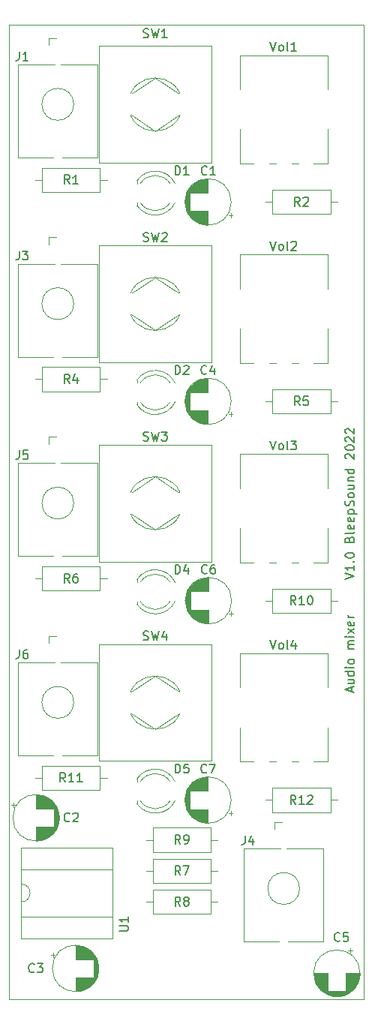
<source format=gto>
G04 #@! TF.GenerationSoftware,KiCad,Pcbnew,(6.0.0)*
G04 #@! TF.CreationDate,2022-07-06T12:20:20+01:00*
G04 #@! TF.ProjectId,Basic-mixer,42617369-632d-46d6-9978-65722e6b6963,rev?*
G04 #@! TF.SameCoordinates,Original*
G04 #@! TF.FileFunction,Legend,Top*
G04 #@! TF.FilePolarity,Positive*
%FSLAX46Y46*%
G04 Gerber Fmt 4.6, Leading zero omitted, Abs format (unit mm)*
G04 Created by KiCad (PCBNEW (6.0.0)) date 2022-07-06 12:20:20*
%MOMM*%
%LPD*%
G01*
G04 APERTURE LIST*
G04 #@! TA.AperFunction,Profile*
%ADD10C,0.050000*%
G04 #@! TD*
%ADD11C,0.150000*%
%ADD12C,0.120000*%
%ADD13C,4.000000*%
%ADD14C,1.800000*%
%ADD15R,1.600000X1.600000*%
%ADD16C,1.600000*%
%ADD17O,3.700000X2.400000*%
%ADD18O,1.600000X1.600000*%
%ADD19R,1.800000X1.800000*%
%ADD20R,1.930000X1.830000*%
%ADD21C,2.130000*%
%ADD22R,1.700000X1.700000*%
%ADD23O,1.700000X1.700000*%
G04 APERTURE END LIST*
D10*
X69999999Y-31000000D02*
X70000000Y-141000000D01*
X30000000Y-31000000D02*
X30000000Y-141000000D01*
X30000000Y-31000000D02*
X69999999Y-31000000D01*
X30000000Y-141000000D02*
X70000000Y-141000000D01*
D11*
X68666666Y-106261904D02*
X68666666Y-105785714D01*
X68952380Y-106357142D02*
X67952380Y-106023809D01*
X68952380Y-105690476D01*
X68285714Y-104928571D02*
X68952380Y-104928571D01*
X68285714Y-105357142D02*
X68809523Y-105357142D01*
X68904761Y-105309523D01*
X68952380Y-105214285D01*
X68952380Y-105071428D01*
X68904761Y-104976190D01*
X68857142Y-104928571D01*
X68952380Y-104023809D02*
X67952380Y-104023809D01*
X68904761Y-104023809D02*
X68952380Y-104119047D01*
X68952380Y-104309523D01*
X68904761Y-104404761D01*
X68857142Y-104452380D01*
X68761904Y-104500000D01*
X68476190Y-104500000D01*
X68380952Y-104452380D01*
X68333333Y-104404761D01*
X68285714Y-104309523D01*
X68285714Y-104119047D01*
X68333333Y-104023809D01*
X68952380Y-103547619D02*
X68285714Y-103547619D01*
X67952380Y-103547619D02*
X68000000Y-103595238D01*
X68047619Y-103547619D01*
X68000000Y-103500000D01*
X67952380Y-103547619D01*
X68047619Y-103547619D01*
X68952380Y-102928571D02*
X68904761Y-103023809D01*
X68857142Y-103071428D01*
X68761904Y-103119047D01*
X68476190Y-103119047D01*
X68380952Y-103071428D01*
X68333333Y-103023809D01*
X68285714Y-102928571D01*
X68285714Y-102785714D01*
X68333333Y-102690476D01*
X68380952Y-102642857D01*
X68476190Y-102595238D01*
X68761904Y-102595238D01*
X68857142Y-102642857D01*
X68904761Y-102690476D01*
X68952380Y-102785714D01*
X68952380Y-102928571D01*
X68952380Y-101404761D02*
X68285714Y-101404761D01*
X68380952Y-101404761D02*
X68333333Y-101357142D01*
X68285714Y-101261904D01*
X68285714Y-101119047D01*
X68333333Y-101023809D01*
X68428571Y-100976190D01*
X68952380Y-100976190D01*
X68428571Y-100976190D02*
X68333333Y-100928571D01*
X68285714Y-100833333D01*
X68285714Y-100690476D01*
X68333333Y-100595238D01*
X68428571Y-100547619D01*
X68952380Y-100547619D01*
X68952380Y-100071428D02*
X68285714Y-100071428D01*
X67952380Y-100071428D02*
X68000000Y-100119047D01*
X68047619Y-100071428D01*
X68000000Y-100023809D01*
X67952380Y-100071428D01*
X68047619Y-100071428D01*
X68952380Y-99690476D02*
X68285714Y-99166666D01*
X68285714Y-99690476D02*
X68952380Y-99166666D01*
X68904761Y-98404761D02*
X68952380Y-98500000D01*
X68952380Y-98690476D01*
X68904761Y-98785714D01*
X68809523Y-98833333D01*
X68428571Y-98833333D01*
X68333333Y-98785714D01*
X68285714Y-98690476D01*
X68285714Y-98500000D01*
X68333333Y-98404761D01*
X68428571Y-98357142D01*
X68523809Y-98357142D01*
X68619047Y-98833333D01*
X68952380Y-97928571D02*
X68285714Y-97928571D01*
X68476190Y-97928571D02*
X68380952Y-97880952D01*
X68333333Y-97833333D01*
X68285714Y-97738095D01*
X68285714Y-97642857D01*
X67952380Y-93547619D02*
X68952380Y-93214285D01*
X67952380Y-92880952D01*
X68952380Y-92023809D02*
X68952380Y-92595238D01*
X68952380Y-92309523D02*
X67952380Y-92309523D01*
X68095238Y-92404761D01*
X68190476Y-92500000D01*
X68238095Y-92595238D01*
X68857142Y-91595238D02*
X68904761Y-91547619D01*
X68952380Y-91595238D01*
X68904761Y-91642857D01*
X68857142Y-91595238D01*
X68952380Y-91595238D01*
X67952380Y-90928571D02*
X67952380Y-90833333D01*
X68000000Y-90738095D01*
X68047619Y-90690476D01*
X68142857Y-90642857D01*
X68333333Y-90595238D01*
X68571428Y-90595238D01*
X68761904Y-90642857D01*
X68857142Y-90690476D01*
X68904761Y-90738095D01*
X68952380Y-90833333D01*
X68952380Y-90928571D01*
X68904761Y-91023809D01*
X68857142Y-91071428D01*
X68761904Y-91119047D01*
X68571428Y-91166666D01*
X68333333Y-91166666D01*
X68142857Y-91119047D01*
X68047619Y-91071428D01*
X68000000Y-91023809D01*
X67952380Y-90928571D01*
X68428571Y-89071428D02*
X68476190Y-88928571D01*
X68523809Y-88880952D01*
X68619047Y-88833333D01*
X68761904Y-88833333D01*
X68857142Y-88880952D01*
X68904761Y-88928571D01*
X68952380Y-89023809D01*
X68952380Y-89404761D01*
X67952380Y-89404761D01*
X67952380Y-89071428D01*
X68000000Y-88976190D01*
X68047619Y-88928571D01*
X68142857Y-88880952D01*
X68238095Y-88880952D01*
X68333333Y-88928571D01*
X68380952Y-88976190D01*
X68428571Y-89071428D01*
X68428571Y-89404761D01*
X68952380Y-88261904D02*
X68904761Y-88357142D01*
X68809523Y-88404761D01*
X67952380Y-88404761D01*
X68904761Y-87500000D02*
X68952380Y-87595238D01*
X68952380Y-87785714D01*
X68904761Y-87880952D01*
X68809523Y-87928571D01*
X68428571Y-87928571D01*
X68333333Y-87880952D01*
X68285714Y-87785714D01*
X68285714Y-87595238D01*
X68333333Y-87500000D01*
X68428571Y-87452380D01*
X68523809Y-87452380D01*
X68619047Y-87928571D01*
X68904761Y-86642857D02*
X68952380Y-86738095D01*
X68952380Y-86928571D01*
X68904761Y-87023809D01*
X68809523Y-87071428D01*
X68428571Y-87071428D01*
X68333333Y-87023809D01*
X68285714Y-86928571D01*
X68285714Y-86738095D01*
X68333333Y-86642857D01*
X68428571Y-86595238D01*
X68523809Y-86595238D01*
X68619047Y-87071428D01*
X68285714Y-86166666D02*
X69285714Y-86166666D01*
X68333333Y-86166666D02*
X68285714Y-86071428D01*
X68285714Y-85880952D01*
X68333333Y-85785714D01*
X68380952Y-85738095D01*
X68476190Y-85690476D01*
X68761904Y-85690476D01*
X68857142Y-85738095D01*
X68904761Y-85785714D01*
X68952380Y-85880952D01*
X68952380Y-86071428D01*
X68904761Y-86166666D01*
X68904761Y-85309523D02*
X68952380Y-85166666D01*
X68952380Y-84928571D01*
X68904761Y-84833333D01*
X68857142Y-84785714D01*
X68761904Y-84738095D01*
X68666666Y-84738095D01*
X68571428Y-84785714D01*
X68523809Y-84833333D01*
X68476190Y-84928571D01*
X68428571Y-85119047D01*
X68380952Y-85214285D01*
X68333333Y-85261904D01*
X68238095Y-85309523D01*
X68142857Y-85309523D01*
X68047619Y-85261904D01*
X68000000Y-85214285D01*
X67952380Y-85119047D01*
X67952380Y-84880952D01*
X68000000Y-84738095D01*
X68952380Y-84166666D02*
X68904761Y-84261904D01*
X68857142Y-84309523D01*
X68761904Y-84357142D01*
X68476190Y-84357142D01*
X68380952Y-84309523D01*
X68333333Y-84261904D01*
X68285714Y-84166666D01*
X68285714Y-84023809D01*
X68333333Y-83928571D01*
X68380952Y-83880952D01*
X68476190Y-83833333D01*
X68761904Y-83833333D01*
X68857142Y-83880952D01*
X68904761Y-83928571D01*
X68952380Y-84023809D01*
X68952380Y-84166666D01*
X68285714Y-82976190D02*
X68952380Y-82976190D01*
X68285714Y-83404761D02*
X68809523Y-83404761D01*
X68904761Y-83357142D01*
X68952380Y-83261904D01*
X68952380Y-83119047D01*
X68904761Y-83023809D01*
X68857142Y-82976190D01*
X68285714Y-82500000D02*
X68952380Y-82500000D01*
X68380952Y-82500000D02*
X68333333Y-82452380D01*
X68285714Y-82357142D01*
X68285714Y-82214285D01*
X68333333Y-82119047D01*
X68428571Y-82071428D01*
X68952380Y-82071428D01*
X68952380Y-81166666D02*
X67952380Y-81166666D01*
X68904761Y-81166666D02*
X68952380Y-81261904D01*
X68952380Y-81452380D01*
X68904761Y-81547619D01*
X68857142Y-81595238D01*
X68761904Y-81642857D01*
X68476190Y-81642857D01*
X68380952Y-81595238D01*
X68333333Y-81547619D01*
X68285714Y-81452380D01*
X68285714Y-81261904D01*
X68333333Y-81166666D01*
X68047619Y-79976190D02*
X68000000Y-79928571D01*
X67952380Y-79833333D01*
X67952380Y-79595238D01*
X68000000Y-79500000D01*
X68047619Y-79452380D01*
X68142857Y-79404761D01*
X68238095Y-79404761D01*
X68380952Y-79452380D01*
X68952380Y-80023809D01*
X68952380Y-79404761D01*
X67952380Y-78785714D02*
X67952380Y-78690476D01*
X68000000Y-78595238D01*
X68047619Y-78547619D01*
X68142857Y-78500000D01*
X68333333Y-78452380D01*
X68571428Y-78452380D01*
X68761904Y-78500000D01*
X68857142Y-78547619D01*
X68904761Y-78595238D01*
X68952380Y-78690476D01*
X68952380Y-78785714D01*
X68904761Y-78880952D01*
X68857142Y-78928571D01*
X68761904Y-78976190D01*
X68571428Y-79023809D01*
X68333333Y-79023809D01*
X68142857Y-78976190D01*
X68047619Y-78928571D01*
X68000000Y-78880952D01*
X67952380Y-78785714D01*
X68047619Y-78071428D02*
X68000000Y-78023809D01*
X67952380Y-77928571D01*
X67952380Y-77690476D01*
X68000000Y-77595238D01*
X68047619Y-77547619D01*
X68142857Y-77500000D01*
X68238095Y-77500000D01*
X68380952Y-77547619D01*
X68952380Y-78119047D01*
X68952380Y-77500000D01*
X68047619Y-77119047D02*
X68000000Y-77071428D01*
X67952380Y-76976190D01*
X67952380Y-76738095D01*
X68000000Y-76642857D01*
X68047619Y-76595238D01*
X68142857Y-76547619D01*
X68238095Y-76547619D01*
X68380952Y-76595238D01*
X68952380Y-77166666D01*
X68952380Y-76547619D01*
X59476190Y-77952380D02*
X59809523Y-78952380D01*
X60142857Y-77952380D01*
X60619047Y-78952380D02*
X60523809Y-78904761D01*
X60476190Y-78857142D01*
X60428571Y-78761904D01*
X60428571Y-78476190D01*
X60476190Y-78380952D01*
X60523809Y-78333333D01*
X60619047Y-78285714D01*
X60761904Y-78285714D01*
X60857142Y-78333333D01*
X60904761Y-78380952D01*
X60952380Y-78476190D01*
X60952380Y-78761904D01*
X60904761Y-78857142D01*
X60857142Y-78904761D01*
X60761904Y-78952380D01*
X60619047Y-78952380D01*
X61523809Y-78952380D02*
X61428571Y-78904761D01*
X61380952Y-78809523D01*
X61380952Y-77952380D01*
X61809523Y-77952380D02*
X62428571Y-77952380D01*
X62095238Y-78333333D01*
X62238095Y-78333333D01*
X62333333Y-78380952D01*
X62380952Y-78428571D01*
X62428571Y-78523809D01*
X62428571Y-78761904D01*
X62380952Y-78857142D01*
X62333333Y-78904761D01*
X62238095Y-78952380D01*
X61952380Y-78952380D01*
X61857142Y-78904761D01*
X61809523Y-78857142D01*
X59476190Y-100452380D02*
X59809523Y-101452380D01*
X60142857Y-100452380D01*
X60619047Y-101452380D02*
X60523809Y-101404761D01*
X60476190Y-101357142D01*
X60428571Y-101261904D01*
X60428571Y-100976190D01*
X60476190Y-100880952D01*
X60523809Y-100833333D01*
X60619047Y-100785714D01*
X60761904Y-100785714D01*
X60857142Y-100833333D01*
X60904761Y-100880952D01*
X60952380Y-100976190D01*
X60952380Y-101261904D01*
X60904761Y-101357142D01*
X60857142Y-101404761D01*
X60761904Y-101452380D01*
X60619047Y-101452380D01*
X61523809Y-101452380D02*
X61428571Y-101404761D01*
X61380952Y-101309523D01*
X61380952Y-100452380D01*
X62333333Y-100785714D02*
X62333333Y-101452380D01*
X62095238Y-100404761D02*
X61857142Y-101119047D01*
X62476190Y-101119047D01*
X36833333Y-120857142D02*
X36785714Y-120904761D01*
X36642857Y-120952380D01*
X36547619Y-120952380D01*
X36404761Y-120904761D01*
X36309523Y-120809523D01*
X36261904Y-120714285D01*
X36214285Y-120523809D01*
X36214285Y-120380952D01*
X36261904Y-120190476D01*
X36309523Y-120095238D01*
X36404761Y-120000000D01*
X36547619Y-119952380D01*
X36642857Y-119952380D01*
X36785714Y-120000000D01*
X36833333Y-120047619D01*
X37214285Y-120047619D02*
X37261904Y-120000000D01*
X37357142Y-119952380D01*
X37595238Y-119952380D01*
X37690476Y-120000000D01*
X37738095Y-120047619D01*
X37785714Y-120142857D01*
X37785714Y-120238095D01*
X37738095Y-120380952D01*
X37166666Y-120952380D01*
X37785714Y-120952380D01*
X45166666Y-100404761D02*
X45309523Y-100452380D01*
X45547619Y-100452380D01*
X45642857Y-100404761D01*
X45690476Y-100357142D01*
X45738095Y-100261904D01*
X45738095Y-100166666D01*
X45690476Y-100071428D01*
X45642857Y-100023809D01*
X45547619Y-99976190D01*
X45357142Y-99928571D01*
X45261904Y-99880952D01*
X45214285Y-99833333D01*
X45166666Y-99738095D01*
X45166666Y-99642857D01*
X45214285Y-99547619D01*
X45261904Y-99500000D01*
X45357142Y-99452380D01*
X45595238Y-99452380D01*
X45738095Y-99500000D01*
X46071428Y-99452380D02*
X46309523Y-100452380D01*
X46500000Y-99738095D01*
X46690476Y-100452380D01*
X46928571Y-99452380D01*
X47738095Y-99785714D02*
X47738095Y-100452380D01*
X47500000Y-99404761D02*
X47261904Y-100119047D01*
X47880952Y-100119047D01*
X49333333Y-123452380D02*
X49000000Y-122976190D01*
X48761904Y-123452380D02*
X48761904Y-122452380D01*
X49142857Y-122452380D01*
X49238095Y-122500000D01*
X49285714Y-122547619D01*
X49333333Y-122642857D01*
X49333333Y-122785714D01*
X49285714Y-122880952D01*
X49238095Y-122928571D01*
X49142857Y-122976190D01*
X48761904Y-122976190D01*
X49809523Y-123452380D02*
X50000000Y-123452380D01*
X50095238Y-123404761D01*
X50142857Y-123357142D01*
X50238095Y-123214285D01*
X50285714Y-123023809D01*
X50285714Y-122642857D01*
X50238095Y-122547619D01*
X50190476Y-122500000D01*
X50095238Y-122452380D01*
X49904761Y-122452380D01*
X49809523Y-122500000D01*
X49761904Y-122547619D01*
X49714285Y-122642857D01*
X49714285Y-122880952D01*
X49761904Y-122976190D01*
X49809523Y-123023809D01*
X49904761Y-123071428D01*
X50095238Y-123071428D01*
X50190476Y-123023809D01*
X50238095Y-122976190D01*
X50285714Y-122880952D01*
X48761904Y-70452380D02*
X48761904Y-69452380D01*
X49000000Y-69452380D01*
X49142857Y-69500000D01*
X49238095Y-69595238D01*
X49285714Y-69690476D01*
X49333333Y-69880952D01*
X49333333Y-70023809D01*
X49285714Y-70214285D01*
X49238095Y-70309523D01*
X49142857Y-70404761D01*
X49000000Y-70452380D01*
X48761904Y-70452380D01*
X49714285Y-69547619D02*
X49761904Y-69500000D01*
X49857142Y-69452380D01*
X50095238Y-69452380D01*
X50190476Y-69500000D01*
X50238095Y-69547619D01*
X50285714Y-69642857D01*
X50285714Y-69738095D01*
X50238095Y-69880952D01*
X49666666Y-70452380D01*
X50285714Y-70452380D01*
X62357142Y-118952380D02*
X62023809Y-118476190D01*
X61785714Y-118952380D02*
X61785714Y-117952380D01*
X62166666Y-117952380D01*
X62261904Y-118000000D01*
X62309523Y-118047619D01*
X62357142Y-118142857D01*
X62357142Y-118285714D01*
X62309523Y-118380952D01*
X62261904Y-118428571D01*
X62166666Y-118476190D01*
X61785714Y-118476190D01*
X63309523Y-118952380D02*
X62738095Y-118952380D01*
X63023809Y-118952380D02*
X63023809Y-117952380D01*
X62928571Y-118095238D01*
X62833333Y-118190476D01*
X62738095Y-118238095D01*
X63690476Y-118047619D02*
X63738095Y-118000000D01*
X63833333Y-117952380D01*
X64071428Y-117952380D01*
X64166666Y-118000000D01*
X64214285Y-118047619D01*
X64261904Y-118142857D01*
X64261904Y-118238095D01*
X64214285Y-118380952D01*
X63642857Y-118952380D01*
X64261904Y-118952380D01*
X52333333Y-92857142D02*
X52285714Y-92904761D01*
X52142857Y-92952380D01*
X52047619Y-92952380D01*
X51904761Y-92904761D01*
X51809523Y-92809523D01*
X51761904Y-92714285D01*
X51714285Y-92523809D01*
X51714285Y-92380952D01*
X51761904Y-92190476D01*
X51809523Y-92095238D01*
X51904761Y-92000000D01*
X52047619Y-91952380D01*
X52142857Y-91952380D01*
X52285714Y-92000000D01*
X52333333Y-92047619D01*
X53190476Y-91952380D02*
X53000000Y-91952380D01*
X52904761Y-92000000D01*
X52857142Y-92047619D01*
X52761904Y-92190476D01*
X52714285Y-92380952D01*
X52714285Y-92761904D01*
X52761904Y-92857142D01*
X52809523Y-92904761D01*
X52904761Y-92952380D01*
X53095238Y-92952380D01*
X53190476Y-92904761D01*
X53238095Y-92857142D01*
X53285714Y-92761904D01*
X53285714Y-92523809D01*
X53238095Y-92428571D01*
X53190476Y-92380952D01*
X53095238Y-92333333D01*
X52904761Y-92333333D01*
X52809523Y-92380952D01*
X52761904Y-92428571D01*
X52714285Y-92523809D01*
X62357142Y-96452380D02*
X62023809Y-95976190D01*
X61785714Y-96452380D02*
X61785714Y-95452380D01*
X62166666Y-95452380D01*
X62261904Y-95500000D01*
X62309523Y-95547619D01*
X62357142Y-95642857D01*
X62357142Y-95785714D01*
X62309523Y-95880952D01*
X62261904Y-95928571D01*
X62166666Y-95976190D01*
X61785714Y-95976190D01*
X63309523Y-96452380D02*
X62738095Y-96452380D01*
X63023809Y-96452380D02*
X63023809Y-95452380D01*
X62928571Y-95595238D01*
X62833333Y-95690476D01*
X62738095Y-95738095D01*
X63928571Y-95452380D02*
X64023809Y-95452380D01*
X64119047Y-95500000D01*
X64166666Y-95547619D01*
X64214285Y-95642857D01*
X64261904Y-95833333D01*
X64261904Y-96071428D01*
X64214285Y-96261904D01*
X64166666Y-96357142D01*
X64119047Y-96404761D01*
X64023809Y-96452380D01*
X63928571Y-96452380D01*
X63833333Y-96404761D01*
X63785714Y-96357142D01*
X63738095Y-96261904D01*
X63690476Y-96071428D01*
X63690476Y-95833333D01*
X63738095Y-95642857D01*
X63785714Y-95547619D01*
X63833333Y-95500000D01*
X63928571Y-95452380D01*
X59476190Y-55452380D02*
X59809523Y-56452380D01*
X60142857Y-55452380D01*
X60619047Y-56452380D02*
X60523809Y-56404761D01*
X60476190Y-56357142D01*
X60428571Y-56261904D01*
X60428571Y-55976190D01*
X60476190Y-55880952D01*
X60523809Y-55833333D01*
X60619047Y-55785714D01*
X60761904Y-55785714D01*
X60857142Y-55833333D01*
X60904761Y-55880952D01*
X60952380Y-55976190D01*
X60952380Y-56261904D01*
X60904761Y-56357142D01*
X60857142Y-56404761D01*
X60761904Y-56452380D01*
X60619047Y-56452380D01*
X61523809Y-56452380D02*
X61428571Y-56404761D01*
X61380952Y-56309523D01*
X61380952Y-55452380D01*
X61857142Y-55547619D02*
X61904761Y-55500000D01*
X62000000Y-55452380D01*
X62238095Y-55452380D01*
X62333333Y-55500000D01*
X62380952Y-55547619D01*
X62428571Y-55642857D01*
X62428571Y-55738095D01*
X62380952Y-55880952D01*
X61809523Y-56452380D01*
X62428571Y-56452380D01*
X36833333Y-48952380D02*
X36500000Y-48476190D01*
X36261904Y-48952380D02*
X36261904Y-47952380D01*
X36642857Y-47952380D01*
X36738095Y-48000000D01*
X36785714Y-48047619D01*
X36833333Y-48142857D01*
X36833333Y-48285714D01*
X36785714Y-48380952D01*
X36738095Y-48428571D01*
X36642857Y-48476190D01*
X36261904Y-48476190D01*
X37785714Y-48952380D02*
X37214285Y-48952380D01*
X37500000Y-48952380D02*
X37500000Y-47952380D01*
X37404761Y-48095238D01*
X37309523Y-48190476D01*
X37214285Y-48238095D01*
X36357142Y-116452380D02*
X36023809Y-115976190D01*
X35785714Y-116452380D02*
X35785714Y-115452380D01*
X36166666Y-115452380D01*
X36261904Y-115500000D01*
X36309523Y-115547619D01*
X36357142Y-115642857D01*
X36357142Y-115785714D01*
X36309523Y-115880952D01*
X36261904Y-115928571D01*
X36166666Y-115976190D01*
X35785714Y-115976190D01*
X37309523Y-116452380D02*
X36738095Y-116452380D01*
X37023809Y-116452380D02*
X37023809Y-115452380D01*
X36928571Y-115595238D01*
X36833333Y-115690476D01*
X36738095Y-115738095D01*
X38261904Y-116452380D02*
X37690476Y-116452380D01*
X37976190Y-116452380D02*
X37976190Y-115452380D01*
X37880952Y-115595238D01*
X37785714Y-115690476D01*
X37690476Y-115738095D01*
X48761904Y-92952380D02*
X48761904Y-91952380D01*
X49000000Y-91952380D01*
X49142857Y-92000000D01*
X49238095Y-92095238D01*
X49285714Y-92190476D01*
X49333333Y-92380952D01*
X49333333Y-92523809D01*
X49285714Y-92714285D01*
X49238095Y-92809523D01*
X49142857Y-92904761D01*
X49000000Y-92952380D01*
X48761904Y-92952380D01*
X50190476Y-92285714D02*
X50190476Y-92952380D01*
X49952380Y-91904761D02*
X49714285Y-92619047D01*
X50333333Y-92619047D01*
X36833333Y-71452380D02*
X36500000Y-70976190D01*
X36261904Y-71452380D02*
X36261904Y-70452380D01*
X36642857Y-70452380D01*
X36738095Y-70500000D01*
X36785714Y-70547619D01*
X36833333Y-70642857D01*
X36833333Y-70785714D01*
X36785714Y-70880952D01*
X36738095Y-70928571D01*
X36642857Y-70976190D01*
X36261904Y-70976190D01*
X37690476Y-70785714D02*
X37690476Y-71452380D01*
X37452380Y-70404761D02*
X37214285Y-71119047D01*
X37833333Y-71119047D01*
X67333333Y-134357142D02*
X67285714Y-134404761D01*
X67142857Y-134452380D01*
X67047619Y-134452380D01*
X66904761Y-134404761D01*
X66809523Y-134309523D01*
X66761904Y-134214285D01*
X66714285Y-134023809D01*
X66714285Y-133880952D01*
X66761904Y-133690476D01*
X66809523Y-133595238D01*
X66904761Y-133500000D01*
X67047619Y-133452380D01*
X67142857Y-133452380D01*
X67285714Y-133500000D01*
X67333333Y-133547619D01*
X68238095Y-133452380D02*
X67761904Y-133452380D01*
X67714285Y-133928571D01*
X67761904Y-133880952D01*
X67857142Y-133833333D01*
X68095238Y-133833333D01*
X68190476Y-133880952D01*
X68238095Y-133928571D01*
X68285714Y-134023809D01*
X68285714Y-134261904D01*
X68238095Y-134357142D01*
X68190476Y-134404761D01*
X68095238Y-134452380D01*
X67857142Y-134452380D01*
X67761904Y-134404761D01*
X67714285Y-134357142D01*
X31136666Y-101532380D02*
X31136666Y-102246666D01*
X31089047Y-102389523D01*
X30993809Y-102484761D01*
X30850952Y-102532380D01*
X30755714Y-102532380D01*
X32041428Y-101532380D02*
X31850952Y-101532380D01*
X31755714Y-101580000D01*
X31708095Y-101627619D01*
X31612857Y-101770476D01*
X31565238Y-101960952D01*
X31565238Y-102341904D01*
X31612857Y-102437142D01*
X31660476Y-102484761D01*
X31755714Y-102532380D01*
X31946190Y-102532380D01*
X32041428Y-102484761D01*
X32089047Y-102437142D01*
X32136666Y-102341904D01*
X32136666Y-102103809D01*
X32089047Y-102008571D01*
X32041428Y-101960952D01*
X31946190Y-101913333D01*
X31755714Y-101913333D01*
X31660476Y-101960952D01*
X31612857Y-102008571D01*
X31565238Y-102103809D01*
X49333333Y-130452380D02*
X49000000Y-129976190D01*
X48761904Y-130452380D02*
X48761904Y-129452380D01*
X49142857Y-129452380D01*
X49238095Y-129500000D01*
X49285714Y-129547619D01*
X49333333Y-129642857D01*
X49333333Y-129785714D01*
X49285714Y-129880952D01*
X49238095Y-129928571D01*
X49142857Y-129976190D01*
X48761904Y-129976190D01*
X49904761Y-129880952D02*
X49809523Y-129833333D01*
X49761904Y-129785714D01*
X49714285Y-129690476D01*
X49714285Y-129642857D01*
X49761904Y-129547619D01*
X49809523Y-129500000D01*
X49904761Y-129452380D01*
X50095238Y-129452380D01*
X50190476Y-129500000D01*
X50238095Y-129547619D01*
X50285714Y-129642857D01*
X50285714Y-129690476D01*
X50238095Y-129785714D01*
X50190476Y-129833333D01*
X50095238Y-129880952D01*
X49904761Y-129880952D01*
X49809523Y-129928571D01*
X49761904Y-129976190D01*
X49714285Y-130071428D01*
X49714285Y-130261904D01*
X49761904Y-130357142D01*
X49809523Y-130404761D01*
X49904761Y-130452380D01*
X50095238Y-130452380D01*
X50190476Y-130404761D01*
X50238095Y-130357142D01*
X50285714Y-130261904D01*
X50285714Y-130071428D01*
X50238095Y-129976190D01*
X50190476Y-129928571D01*
X50095238Y-129880952D01*
X45166666Y-32404761D02*
X45309523Y-32452380D01*
X45547619Y-32452380D01*
X45642857Y-32404761D01*
X45690476Y-32357142D01*
X45738095Y-32261904D01*
X45738095Y-32166666D01*
X45690476Y-32071428D01*
X45642857Y-32023809D01*
X45547619Y-31976190D01*
X45357142Y-31928571D01*
X45261904Y-31880952D01*
X45214285Y-31833333D01*
X45166666Y-31738095D01*
X45166666Y-31642857D01*
X45214285Y-31547619D01*
X45261904Y-31500000D01*
X45357142Y-31452380D01*
X45595238Y-31452380D01*
X45738095Y-31500000D01*
X46071428Y-31452380D02*
X46309523Y-32452380D01*
X46500000Y-31738095D01*
X46690476Y-32452380D01*
X46928571Y-31452380D01*
X47833333Y-32452380D02*
X47261904Y-32452380D01*
X47547619Y-32452380D02*
X47547619Y-31452380D01*
X47452380Y-31595238D01*
X47357142Y-31690476D01*
X47261904Y-31738095D01*
X59476190Y-32952380D02*
X59809523Y-33952380D01*
X60142857Y-32952380D01*
X60619047Y-33952380D02*
X60523809Y-33904761D01*
X60476190Y-33857142D01*
X60428571Y-33761904D01*
X60428571Y-33476190D01*
X60476190Y-33380952D01*
X60523809Y-33333333D01*
X60619047Y-33285714D01*
X60761904Y-33285714D01*
X60857142Y-33333333D01*
X60904761Y-33380952D01*
X60952380Y-33476190D01*
X60952380Y-33761904D01*
X60904761Y-33857142D01*
X60857142Y-33904761D01*
X60761904Y-33952380D01*
X60619047Y-33952380D01*
X61523809Y-33952380D02*
X61428571Y-33904761D01*
X61380952Y-33809523D01*
X61380952Y-32952380D01*
X62428571Y-33952380D02*
X61857142Y-33952380D01*
X62142857Y-33952380D02*
X62142857Y-32952380D01*
X62047619Y-33095238D01*
X61952380Y-33190476D01*
X61857142Y-33238095D01*
X36833333Y-93952380D02*
X36500000Y-93476190D01*
X36261904Y-93952380D02*
X36261904Y-92952380D01*
X36642857Y-92952380D01*
X36738095Y-93000000D01*
X36785714Y-93047619D01*
X36833333Y-93142857D01*
X36833333Y-93285714D01*
X36785714Y-93380952D01*
X36738095Y-93428571D01*
X36642857Y-93476190D01*
X36261904Y-93476190D01*
X37690476Y-92952380D02*
X37500000Y-92952380D01*
X37404761Y-93000000D01*
X37357142Y-93047619D01*
X37261904Y-93190476D01*
X37214285Y-93380952D01*
X37214285Y-93761904D01*
X37261904Y-93857142D01*
X37309523Y-93904761D01*
X37404761Y-93952380D01*
X37595238Y-93952380D01*
X37690476Y-93904761D01*
X37738095Y-93857142D01*
X37785714Y-93761904D01*
X37785714Y-93523809D01*
X37738095Y-93428571D01*
X37690476Y-93380952D01*
X37595238Y-93333333D01*
X37404761Y-93333333D01*
X37309523Y-93380952D01*
X37261904Y-93428571D01*
X37214285Y-93523809D01*
X48761904Y-115452380D02*
X48761904Y-114452380D01*
X49000000Y-114452380D01*
X49142857Y-114500000D01*
X49238095Y-114595238D01*
X49285714Y-114690476D01*
X49333333Y-114880952D01*
X49333333Y-115023809D01*
X49285714Y-115214285D01*
X49238095Y-115309523D01*
X49142857Y-115404761D01*
X49000000Y-115452380D01*
X48761904Y-115452380D01*
X50238095Y-114452380D02*
X49761904Y-114452380D01*
X49714285Y-114928571D01*
X49761904Y-114880952D01*
X49857142Y-114833333D01*
X50095238Y-114833333D01*
X50190476Y-114880952D01*
X50238095Y-114928571D01*
X50285714Y-115023809D01*
X50285714Y-115261904D01*
X50238095Y-115357142D01*
X50190476Y-115404761D01*
X50095238Y-115452380D01*
X49857142Y-115452380D01*
X49761904Y-115404761D01*
X49714285Y-115357142D01*
X62833333Y-73952380D02*
X62500000Y-73476190D01*
X62261904Y-73952380D02*
X62261904Y-72952380D01*
X62642857Y-72952380D01*
X62738095Y-73000000D01*
X62785714Y-73047619D01*
X62833333Y-73142857D01*
X62833333Y-73285714D01*
X62785714Y-73380952D01*
X62738095Y-73428571D01*
X62642857Y-73476190D01*
X62261904Y-73476190D01*
X63738095Y-72952380D02*
X63261904Y-72952380D01*
X63214285Y-73428571D01*
X63261904Y-73380952D01*
X63357142Y-73333333D01*
X63595238Y-73333333D01*
X63690476Y-73380952D01*
X63738095Y-73428571D01*
X63785714Y-73523809D01*
X63785714Y-73761904D01*
X63738095Y-73857142D01*
X63690476Y-73904761D01*
X63595238Y-73952380D01*
X63357142Y-73952380D01*
X63261904Y-73904761D01*
X63214285Y-73857142D01*
X52288445Y-115357142D02*
X52240826Y-115404761D01*
X52097969Y-115452380D01*
X52002731Y-115452380D01*
X51859873Y-115404761D01*
X51764635Y-115309523D01*
X51717016Y-115214285D01*
X51669397Y-115023809D01*
X51669397Y-114880952D01*
X51717016Y-114690476D01*
X51764635Y-114595238D01*
X51859873Y-114500000D01*
X52002731Y-114452380D01*
X52097969Y-114452380D01*
X52240826Y-114500000D01*
X52288445Y-114547619D01*
X52621778Y-114452380D02*
X53288445Y-114452380D01*
X52859873Y-115452380D01*
X62833333Y-51452380D02*
X62500000Y-50976190D01*
X62261904Y-51452380D02*
X62261904Y-50452380D01*
X62642857Y-50452380D01*
X62738095Y-50500000D01*
X62785714Y-50547619D01*
X62833333Y-50642857D01*
X62833333Y-50785714D01*
X62785714Y-50880952D01*
X62738095Y-50928571D01*
X62642857Y-50976190D01*
X62261904Y-50976190D01*
X63214285Y-50547619D02*
X63261904Y-50500000D01*
X63357142Y-50452380D01*
X63595238Y-50452380D01*
X63690476Y-50500000D01*
X63738095Y-50547619D01*
X63785714Y-50642857D01*
X63785714Y-50738095D01*
X63738095Y-50880952D01*
X63166666Y-51452380D01*
X63785714Y-51452380D01*
X31136666Y-56532380D02*
X31136666Y-57246666D01*
X31089047Y-57389523D01*
X30993809Y-57484761D01*
X30850952Y-57532380D01*
X30755714Y-57532380D01*
X31517619Y-56532380D02*
X32136666Y-56532380D01*
X31803333Y-56913333D01*
X31946190Y-56913333D01*
X32041428Y-56960952D01*
X32089047Y-57008571D01*
X32136666Y-57103809D01*
X32136666Y-57341904D01*
X32089047Y-57437142D01*
X32041428Y-57484761D01*
X31946190Y-57532380D01*
X31660476Y-57532380D01*
X31565238Y-57484761D01*
X31517619Y-57437142D01*
X45166666Y-77904761D02*
X45309523Y-77952380D01*
X45547619Y-77952380D01*
X45642857Y-77904761D01*
X45690476Y-77857142D01*
X45738095Y-77761904D01*
X45738095Y-77666666D01*
X45690476Y-77571428D01*
X45642857Y-77523809D01*
X45547619Y-77476190D01*
X45357142Y-77428571D01*
X45261904Y-77380952D01*
X45214285Y-77333333D01*
X45166666Y-77238095D01*
X45166666Y-77142857D01*
X45214285Y-77047619D01*
X45261904Y-77000000D01*
X45357142Y-76952380D01*
X45595238Y-76952380D01*
X45738095Y-77000000D01*
X46071428Y-76952380D02*
X46309523Y-77952380D01*
X46500000Y-77238095D01*
X46690476Y-77952380D01*
X46928571Y-76952380D01*
X47214285Y-76952380D02*
X47833333Y-76952380D01*
X47500000Y-77333333D01*
X47642857Y-77333333D01*
X47738095Y-77380952D01*
X47785714Y-77428571D01*
X47833333Y-77523809D01*
X47833333Y-77761904D01*
X47785714Y-77857142D01*
X47738095Y-77904761D01*
X47642857Y-77952380D01*
X47357142Y-77952380D01*
X47261904Y-77904761D01*
X47214285Y-77857142D01*
X45166666Y-55404761D02*
X45309523Y-55452380D01*
X45547619Y-55452380D01*
X45642857Y-55404761D01*
X45690476Y-55357142D01*
X45738095Y-55261904D01*
X45738095Y-55166666D01*
X45690476Y-55071428D01*
X45642857Y-55023809D01*
X45547619Y-54976190D01*
X45357142Y-54928571D01*
X45261904Y-54880952D01*
X45214285Y-54833333D01*
X45166666Y-54738095D01*
X45166666Y-54642857D01*
X45214285Y-54547619D01*
X45261904Y-54500000D01*
X45357142Y-54452380D01*
X45595238Y-54452380D01*
X45738095Y-54500000D01*
X46071428Y-54452380D02*
X46309523Y-55452380D01*
X46500000Y-54738095D01*
X46690476Y-55452380D01*
X46928571Y-54452380D01*
X47261904Y-54547619D02*
X47309523Y-54500000D01*
X47404761Y-54452380D01*
X47642857Y-54452380D01*
X47738095Y-54500000D01*
X47785714Y-54547619D01*
X47833333Y-54642857D01*
X47833333Y-54738095D01*
X47785714Y-54880952D01*
X47214285Y-55452380D01*
X47833333Y-55452380D01*
X31136666Y-34032380D02*
X31136666Y-34746666D01*
X31089047Y-34889523D01*
X30993809Y-34984761D01*
X30850952Y-35032380D01*
X30755714Y-35032380D01*
X32136666Y-35032380D02*
X31565238Y-35032380D01*
X31850952Y-35032380D02*
X31850952Y-34032380D01*
X31755714Y-34175238D01*
X31660476Y-34270476D01*
X31565238Y-34318095D01*
X49333333Y-126952380D02*
X49000000Y-126476190D01*
X48761904Y-126952380D02*
X48761904Y-125952380D01*
X49142857Y-125952380D01*
X49238095Y-126000000D01*
X49285714Y-126047619D01*
X49333333Y-126142857D01*
X49333333Y-126285714D01*
X49285714Y-126380952D01*
X49238095Y-126428571D01*
X49142857Y-126476190D01*
X48761904Y-126476190D01*
X49666666Y-125952380D02*
X50333333Y-125952380D01*
X49904761Y-126952380D01*
X48761904Y-47952380D02*
X48761904Y-46952380D01*
X49000000Y-46952380D01*
X49142857Y-47000000D01*
X49238095Y-47095238D01*
X49285714Y-47190476D01*
X49333333Y-47380952D01*
X49333333Y-47523809D01*
X49285714Y-47714285D01*
X49238095Y-47809523D01*
X49142857Y-47904761D01*
X49000000Y-47952380D01*
X48761904Y-47952380D01*
X50285714Y-47952380D02*
X49714285Y-47952380D01*
X50000000Y-47952380D02*
X50000000Y-46952380D01*
X49904761Y-47095238D01*
X49809523Y-47190476D01*
X49714285Y-47238095D01*
X52333334Y-47857142D02*
X52285715Y-47904761D01*
X52142858Y-47952380D01*
X52047620Y-47952380D01*
X51904762Y-47904761D01*
X51809524Y-47809523D01*
X51761905Y-47714285D01*
X51714286Y-47523809D01*
X51714286Y-47380952D01*
X51761905Y-47190476D01*
X51809524Y-47095238D01*
X51904762Y-47000000D01*
X52047620Y-46952380D01*
X52142858Y-46952380D01*
X52285715Y-47000000D01*
X52333334Y-47047619D01*
X53285715Y-47952380D02*
X52714286Y-47952380D01*
X53000001Y-47952380D02*
X53000001Y-46952380D01*
X52904762Y-47095238D01*
X52809524Y-47190476D01*
X52714286Y-47238095D01*
X52288445Y-70357142D02*
X52240826Y-70404761D01*
X52097969Y-70452380D01*
X52002731Y-70452380D01*
X51859873Y-70404761D01*
X51764635Y-70309523D01*
X51717016Y-70214285D01*
X51669397Y-70023809D01*
X51669397Y-69880952D01*
X51717016Y-69690476D01*
X51764635Y-69595238D01*
X51859873Y-69500000D01*
X52002731Y-69452380D01*
X52097969Y-69452380D01*
X52240826Y-69500000D01*
X52288445Y-69547619D01*
X53145588Y-69785714D02*
X53145588Y-70452380D01*
X52907492Y-69404761D02*
X52669397Y-70119047D01*
X53288445Y-70119047D01*
X32833333Y-137857142D02*
X32785714Y-137904761D01*
X32642857Y-137952380D01*
X32547619Y-137952380D01*
X32404761Y-137904761D01*
X32309523Y-137809523D01*
X32261904Y-137714285D01*
X32214285Y-137523809D01*
X32214285Y-137380952D01*
X32261904Y-137190476D01*
X32309523Y-137095238D01*
X32404761Y-137000000D01*
X32547619Y-136952380D01*
X32642857Y-136952380D01*
X32785714Y-137000000D01*
X32833333Y-137047619D01*
X33166666Y-136952380D02*
X33785714Y-136952380D01*
X33452380Y-137333333D01*
X33595238Y-137333333D01*
X33690476Y-137380952D01*
X33738095Y-137428571D01*
X33785714Y-137523809D01*
X33785714Y-137761904D01*
X33738095Y-137857142D01*
X33690476Y-137904761D01*
X33595238Y-137952380D01*
X33309523Y-137952380D01*
X33214285Y-137904761D01*
X33166666Y-137857142D01*
X31136666Y-79032380D02*
X31136666Y-79746666D01*
X31089047Y-79889523D01*
X30993809Y-79984761D01*
X30850952Y-80032380D01*
X30755714Y-80032380D01*
X32089047Y-79032380D02*
X31612857Y-79032380D01*
X31565238Y-79508571D01*
X31612857Y-79460952D01*
X31708095Y-79413333D01*
X31946190Y-79413333D01*
X32041428Y-79460952D01*
X32089047Y-79508571D01*
X32136666Y-79603809D01*
X32136666Y-79841904D01*
X32089047Y-79937142D01*
X32041428Y-79984761D01*
X31946190Y-80032380D01*
X31708095Y-80032380D01*
X31612857Y-79984761D01*
X31565238Y-79937142D01*
X42452380Y-133261904D02*
X43261904Y-133261904D01*
X43357142Y-133214285D01*
X43404761Y-133166666D01*
X43452380Y-133071428D01*
X43452380Y-132880952D01*
X43404761Y-132785714D01*
X43357142Y-132738095D01*
X43261904Y-132690476D01*
X42452380Y-132690476D01*
X43452380Y-131690476D02*
X43452380Y-132261904D01*
X43452380Y-131976190D02*
X42452380Y-131976190D01*
X42595238Y-132071428D01*
X42690476Y-132166666D01*
X42738095Y-132261904D01*
X56636666Y-122532380D02*
X56636666Y-123246666D01*
X56589047Y-123389523D01*
X56493809Y-123484761D01*
X56350952Y-123532380D01*
X56255714Y-123532380D01*
X57541428Y-122865714D02*
X57541428Y-123532380D01*
X57303333Y-122484761D02*
X57065238Y-123199047D01*
X57684285Y-123199047D01*
D12*
X61871000Y-91670000D02*
X62630000Y-91670000D01*
X56030000Y-79430000D02*
X65970000Y-79430000D01*
X56030000Y-83295000D02*
X56030000Y-79430000D01*
X56030000Y-91670000D02*
X56030000Y-87805000D01*
X65970000Y-91670000D02*
X65970000Y-87805000D01*
X56030000Y-91670000D02*
X57629000Y-91670000D01*
X65970000Y-83295000D02*
X65970000Y-79430000D01*
X64370000Y-91670000D02*
X65970000Y-91670000D01*
X59371000Y-91670000D02*
X60130000Y-91670000D01*
X61871000Y-114170000D02*
X62630000Y-114170000D01*
X64370000Y-114170000D02*
X65970000Y-114170000D01*
X65970000Y-105795000D02*
X65970000Y-101930000D01*
X56030000Y-105795000D02*
X56030000Y-101930000D01*
X56030000Y-114170000D02*
X57629000Y-114170000D01*
X65970000Y-114170000D02*
X65970000Y-110305000D01*
X56030000Y-101930000D02*
X65970000Y-101930000D01*
X56030000Y-114170000D02*
X56030000Y-110305000D01*
X59371000Y-114170000D02*
X60130000Y-114170000D01*
X33644888Y-117989000D02*
X33644888Y-119460000D01*
X33324888Y-117935000D02*
X33324888Y-119460000D01*
X34925888Y-121540000D02*
X34925888Y-122285000D01*
X34765888Y-121540000D02*
X34765888Y-122437000D01*
X35005888Y-121540000D02*
X35005888Y-122199000D01*
X34485888Y-121540000D02*
X34485888Y-122649000D01*
X33644888Y-121540000D02*
X33644888Y-123011000D01*
X33484888Y-121540000D02*
X33484888Y-123043000D01*
X33364888Y-121540000D02*
X33364888Y-123061000D01*
X33284888Y-117931000D02*
X33284888Y-119460000D01*
X35485888Y-119585000D02*
X35485888Y-121415000D01*
X34845888Y-118636000D02*
X34845888Y-119460000D01*
X33244888Y-121540000D02*
X33244888Y-123073000D01*
X33845888Y-121540000D02*
X33845888Y-122955000D01*
X35405888Y-119402000D02*
X35405888Y-121598000D01*
X34725888Y-121540000D02*
X34725888Y-122471000D01*
X35365888Y-119322000D02*
X35365888Y-121678000D01*
X34445888Y-121540000D02*
X34445888Y-122675000D01*
X33845888Y-118045000D02*
X33845888Y-119460000D01*
X33684888Y-117999000D02*
X33684888Y-119460000D01*
X34325888Y-121540000D02*
X34325888Y-122747000D01*
X33805888Y-121540000D02*
X33805888Y-122968000D01*
X33965888Y-121540000D02*
X33965888Y-122914000D01*
X34605888Y-118435000D02*
X34605888Y-119460000D01*
X34565888Y-118405000D02*
X34565888Y-119460000D01*
X33124888Y-117921000D02*
X33124888Y-119460000D01*
X33564888Y-117972000D02*
X33564888Y-119460000D01*
X35045888Y-121540000D02*
X35045888Y-122153000D01*
X35205888Y-119057000D02*
X35205888Y-121943000D01*
X33404888Y-121540000D02*
X33404888Y-123056000D01*
X33204888Y-121540000D02*
X33204888Y-123076000D01*
X33765888Y-121540000D02*
X33765888Y-122980000D01*
X33204888Y-117924000D02*
X33204888Y-119460000D01*
X35285888Y-119181000D02*
X35285888Y-121819000D01*
X33965888Y-118086000D02*
X33965888Y-119460000D01*
X34445888Y-118325000D02*
X34445888Y-119460000D01*
X34525888Y-118378000D02*
X34525888Y-119460000D01*
X33684888Y-121540000D02*
X33684888Y-123001000D01*
X33044888Y-121540000D02*
X33044888Y-123080000D01*
X34685888Y-118496000D02*
X34685888Y-119460000D01*
X34005888Y-118102000D02*
X34005888Y-119460000D01*
X34165888Y-118171000D02*
X34165888Y-119460000D01*
X33604888Y-121540000D02*
X33604888Y-123020000D01*
X33925888Y-121540000D02*
X33925888Y-122928000D01*
X33044888Y-117920000D02*
X33044888Y-119460000D01*
X34405888Y-118300000D02*
X34405888Y-119460000D01*
X34645888Y-118465000D02*
X34645888Y-119460000D01*
X34965888Y-121540000D02*
X34965888Y-122243000D01*
X33805888Y-118032000D02*
X33805888Y-119460000D01*
X33885888Y-118058000D02*
X33885888Y-119460000D01*
X34925888Y-118715000D02*
X34925888Y-119460000D01*
X35005888Y-118801000D02*
X35005888Y-119460000D01*
X35085888Y-118895000D02*
X35085888Y-122105000D01*
X34365888Y-118276000D02*
X34365888Y-119460000D01*
X33084888Y-121540000D02*
X33084888Y-123080000D01*
X35045888Y-118847000D02*
X35045888Y-119460000D01*
X34245888Y-121540000D02*
X34245888Y-122790000D01*
X34325888Y-118253000D02*
X34325888Y-119460000D01*
X34285888Y-121540000D02*
X34285888Y-122768000D01*
X35245888Y-119117000D02*
X35245888Y-121883000D01*
X33765888Y-118020000D02*
X33765888Y-119460000D01*
X34885888Y-121540000D02*
X34885888Y-122326000D01*
X34805888Y-118599000D02*
X34805888Y-119460000D01*
X35125888Y-118946000D02*
X35125888Y-122054000D01*
X34645888Y-121540000D02*
X34645888Y-122535000D01*
X35605888Y-119982000D02*
X35605888Y-121018000D01*
X34805888Y-121540000D02*
X34805888Y-122401000D01*
X34125888Y-121540000D02*
X34125888Y-122848000D01*
X34285888Y-118232000D02*
X34285888Y-119460000D01*
X33724888Y-121540000D02*
X33724888Y-122991000D01*
X33284888Y-121540000D02*
X33284888Y-123069000D01*
X33524888Y-121540000D02*
X33524888Y-123036000D01*
X33364888Y-117939000D02*
X33364888Y-119460000D01*
X33724888Y-118009000D02*
X33724888Y-119460000D01*
X33925888Y-118072000D02*
X33925888Y-119460000D01*
X35645888Y-120216000D02*
X35645888Y-120784000D01*
X33484888Y-117957000D02*
X33484888Y-119460000D01*
X35445888Y-119489000D02*
X35445888Y-121511000D01*
X34405888Y-121540000D02*
X34405888Y-122700000D01*
X35525888Y-119695000D02*
X35525888Y-121305000D01*
X33324888Y-121540000D02*
X33324888Y-123065000D01*
X34485888Y-118351000D02*
X34485888Y-119460000D01*
X35325888Y-119249000D02*
X35325888Y-121751000D01*
X34085888Y-121540000D02*
X34085888Y-122865000D01*
X34245888Y-118210000D02*
X34245888Y-119460000D01*
X34685888Y-121540000D02*
X34685888Y-122504000D01*
X34885888Y-118674000D02*
X34885888Y-119460000D01*
X34565888Y-121540000D02*
X34565888Y-122595000D01*
X34005888Y-121540000D02*
X34005888Y-122898000D01*
X33885888Y-121540000D02*
X33885888Y-122942000D01*
X33524888Y-117964000D02*
X33524888Y-119460000D01*
X34205888Y-118190000D02*
X34205888Y-119460000D01*
X34085888Y-118135000D02*
X34085888Y-119460000D01*
X34765888Y-118563000D02*
X34765888Y-119460000D01*
X34365888Y-121540000D02*
X34365888Y-122724000D01*
X34845888Y-121540000D02*
X34845888Y-122364000D01*
X33604888Y-117980000D02*
X33604888Y-119460000D01*
X34125888Y-118152000D02*
X34125888Y-119460000D01*
X34965888Y-118757000D02*
X34965888Y-119460000D01*
X33164888Y-121540000D02*
X33164888Y-123078000D01*
X34525888Y-121540000D02*
X34525888Y-122622000D01*
X33564888Y-121540000D02*
X33564888Y-123028000D01*
X34165888Y-121540000D02*
X34165888Y-122829000D01*
X33164888Y-117922000D02*
X33164888Y-119460000D01*
X33244888Y-117927000D02*
X33244888Y-119460000D01*
X33084888Y-117920000D02*
X33084888Y-119460000D01*
X33404888Y-117944000D02*
X33404888Y-119460000D01*
X33444888Y-117950000D02*
X33444888Y-119460000D01*
X34045888Y-118118000D02*
X34045888Y-119460000D01*
X34725888Y-118529000D02*
X34725888Y-119460000D01*
X30240113Y-119025000D02*
X30740113Y-119025000D01*
X30490113Y-118775000D02*
X30490113Y-119275000D01*
X33444888Y-121540000D02*
X33444888Y-123050000D01*
X34205888Y-121540000D02*
X34205888Y-122810000D01*
X33124888Y-121540000D02*
X33124888Y-123079000D01*
X34045888Y-121540000D02*
X34045888Y-122882000D01*
X35565888Y-119823000D02*
X35565888Y-121177000D01*
X34605888Y-121540000D02*
X34605888Y-122565000D01*
X35165888Y-119000000D02*
X35165888Y-122000000D01*
X35664888Y-120500000D02*
G75*
G03*
X35664888Y-120500000I-2620000J0D01*
G01*
X40150000Y-100900000D02*
X49850000Y-100900000D01*
X46500000Y-110500000D02*
X43750000Y-108700000D01*
X49250000Y-108700000D02*
X49250000Y-106300000D01*
X40150000Y-113900000D02*
X40150000Y-114100000D01*
X49850000Y-114100000D02*
X40150000Y-114100000D01*
X52850000Y-100900000D02*
X49850000Y-100900000D01*
X46500000Y-104500000D02*
X49250000Y-106300000D01*
X46500000Y-104500000D02*
X43750000Y-106300000D01*
X49250000Y-108700000D02*
X46500000Y-110500000D01*
X52850000Y-114100000D02*
X49850000Y-114100000D01*
X40150000Y-107500000D02*
X40150000Y-100900000D01*
X40150000Y-113500000D02*
X40150000Y-113900000D01*
X40150000Y-107500000D02*
X40150000Y-113500000D01*
X52850000Y-100900000D02*
X52850000Y-114100000D01*
X43750000Y-108700000D02*
X43750000Y-106300000D01*
X49500000Y-107500000D02*
G75*
G03*
X49500000Y-107500000I-3000000J0D01*
G01*
X52770000Y-121630000D02*
X46230000Y-121630000D01*
X45460000Y-123000000D02*
X46230000Y-123000000D01*
X46230000Y-124370000D02*
X52770000Y-124370000D01*
X52770000Y-124370000D02*
X52770000Y-121630000D01*
X46230000Y-121630000D02*
X46230000Y-124370000D01*
X53540000Y-123000000D02*
X52770000Y-123000000D01*
X44435000Y-71101000D02*
X44435000Y-71420000D01*
X44435000Y-73580000D02*
X44435000Y-73899000D01*
X44435000Y-73898749D02*
G75*
G03*
X48738242Y-73580724I2060000J1398748D01*
G01*
X48738242Y-71419276D02*
G75*
G03*
X44435000Y-71101251I-2243242J-1080723D01*
G01*
X44811670Y-73580000D02*
G75*
G03*
X48177713Y-73580961I1683330J1080000D01*
G01*
X48177713Y-71419039D02*
G75*
G03*
X44811670Y-71420000I-1682713J-1080961D01*
G01*
X58960000Y-118500000D02*
X59730000Y-118500000D01*
X59730000Y-119870000D02*
X66270000Y-119870000D01*
X67040000Y-118500000D02*
X66270000Y-118500000D01*
X66270000Y-119870000D02*
X66270000Y-117130000D01*
X66270000Y-117130000D02*
X59730000Y-117130000D01*
X59730000Y-117130000D02*
X59730000Y-119870000D01*
X50299000Y-97383000D02*
X50299000Y-94617000D01*
X51539000Y-98398000D02*
X51539000Y-97040000D01*
X51099000Y-94960000D02*
X51099000Y-93825000D01*
X51179000Y-94960000D02*
X51179000Y-93776000D01*
X51659000Y-94960000D02*
X51659000Y-93558000D01*
X49979000Y-96677000D02*
X49979000Y-95323000D01*
X52020000Y-94960000D02*
X52020000Y-93464000D01*
X50939000Y-94960000D02*
X50939000Y-93935000D01*
X52340000Y-98576000D02*
X52340000Y-97040000D01*
X51820000Y-94960000D02*
X51820000Y-93509000D01*
X51699000Y-98455000D02*
X51699000Y-97040000D01*
X50859000Y-98004000D02*
X50859000Y-97040000D01*
X52100000Y-94960000D02*
X52100000Y-93450000D01*
X51499000Y-98382000D02*
X51499000Y-97040000D01*
X50579000Y-97743000D02*
X50579000Y-97040000D01*
X50779000Y-97937000D02*
X50779000Y-97040000D01*
X52300000Y-94960000D02*
X52300000Y-93427000D01*
X50339000Y-97443000D02*
X50339000Y-94557000D01*
X51659000Y-98442000D02*
X51659000Y-97040000D01*
X50379000Y-97500000D02*
X50379000Y-94500000D01*
X52380000Y-94960000D02*
X52380000Y-93422000D01*
X52420000Y-98579000D02*
X52420000Y-97040000D01*
X52380000Y-98578000D02*
X52380000Y-97040000D01*
X51739000Y-98468000D02*
X51739000Y-97040000D01*
X55304775Y-97475000D02*
X54804775Y-97475000D01*
X50459000Y-97605000D02*
X50459000Y-94395000D01*
X51379000Y-98329000D02*
X51379000Y-97040000D01*
X51019000Y-98122000D02*
X51019000Y-97040000D01*
X51459000Y-98365000D02*
X51459000Y-97040000D01*
X51699000Y-94960000D02*
X51699000Y-93545000D01*
X51579000Y-98414000D02*
X51579000Y-97040000D01*
X49899000Y-96284000D02*
X49899000Y-95716000D01*
X50819000Y-97971000D02*
X50819000Y-97040000D01*
X52220000Y-98565000D02*
X52220000Y-97040000D01*
X51139000Y-98200000D02*
X51139000Y-97040000D01*
X52460000Y-98580000D02*
X52460000Y-97040000D01*
X51299000Y-98290000D02*
X51299000Y-97040000D01*
X52420000Y-94960000D02*
X52420000Y-93421000D01*
X51059000Y-94960000D02*
X51059000Y-93851000D01*
X52100000Y-98550000D02*
X52100000Y-97040000D01*
X50219000Y-97251000D02*
X50219000Y-94749000D01*
X52300000Y-98573000D02*
X52300000Y-97040000D01*
X51940000Y-94960000D02*
X51940000Y-93480000D01*
X52060000Y-94960000D02*
X52060000Y-93457000D01*
X51299000Y-94960000D02*
X51299000Y-93710000D01*
X50819000Y-94960000D02*
X50819000Y-94029000D01*
X50539000Y-97699000D02*
X50539000Y-97040000D01*
X52060000Y-98543000D02*
X52060000Y-97040000D01*
X51259000Y-98268000D02*
X51259000Y-97040000D01*
X49939000Y-96518000D02*
X49939000Y-95482000D01*
X52220000Y-94960000D02*
X52220000Y-93435000D01*
X50899000Y-94960000D02*
X50899000Y-93965000D01*
X50179000Y-97178000D02*
X50179000Y-94822000D01*
X51860000Y-94960000D02*
X51860000Y-93499000D01*
X51779000Y-98480000D02*
X51779000Y-97040000D01*
X51459000Y-94960000D02*
X51459000Y-93635000D01*
X51900000Y-98511000D02*
X51900000Y-97040000D01*
X50139000Y-97098000D02*
X50139000Y-94902000D01*
X50859000Y-94960000D02*
X50859000Y-93996000D01*
X51860000Y-98501000D02*
X51860000Y-97040000D01*
X51259000Y-94960000D02*
X51259000Y-93732000D01*
X50659000Y-94960000D02*
X50659000Y-94174000D01*
X51219000Y-94960000D02*
X51219000Y-93753000D01*
X51419000Y-98348000D02*
X51419000Y-97040000D01*
X52500000Y-94960000D02*
X52500000Y-93420000D01*
X52260000Y-94960000D02*
X52260000Y-93431000D01*
X50099000Y-97011000D02*
X50099000Y-94989000D01*
X50979000Y-98095000D02*
X50979000Y-97040000D01*
X52140000Y-98556000D02*
X52140000Y-97040000D01*
X51019000Y-94960000D02*
X51019000Y-93878000D01*
X55054775Y-97725000D02*
X55054775Y-97225000D01*
X51980000Y-98528000D02*
X51980000Y-97040000D01*
X50659000Y-97826000D02*
X50659000Y-97040000D01*
X50739000Y-97901000D02*
X50739000Y-97040000D01*
X51099000Y-98175000D02*
X51099000Y-97040000D01*
X50619000Y-97785000D02*
X50619000Y-97040000D01*
X51539000Y-94960000D02*
X51539000Y-93602000D01*
X52020000Y-98536000D02*
X52020000Y-97040000D01*
X51820000Y-98491000D02*
X51820000Y-97040000D01*
X51739000Y-94960000D02*
X51739000Y-93532000D01*
X50419000Y-97554000D02*
X50419000Y-94446000D01*
X50699000Y-94960000D02*
X50699000Y-94136000D01*
X51619000Y-98428000D02*
X51619000Y-97040000D01*
X51219000Y-98247000D02*
X51219000Y-97040000D01*
X52180000Y-94960000D02*
X52180000Y-93439000D01*
X51059000Y-98149000D02*
X51059000Y-97040000D01*
X50539000Y-94960000D02*
X50539000Y-94301000D01*
X51419000Y-94960000D02*
X51419000Y-93652000D01*
X50939000Y-98065000D02*
X50939000Y-97040000D01*
X51980000Y-94960000D02*
X51980000Y-93472000D01*
X50579000Y-94960000D02*
X50579000Y-94257000D01*
X52340000Y-94960000D02*
X52340000Y-93424000D01*
X51179000Y-98224000D02*
X51179000Y-97040000D01*
X52260000Y-98569000D02*
X52260000Y-97040000D01*
X51499000Y-94960000D02*
X51499000Y-93618000D01*
X51779000Y-94960000D02*
X51779000Y-93520000D01*
X51940000Y-98520000D02*
X51940000Y-97040000D01*
X51339000Y-98310000D02*
X51339000Y-97040000D01*
X51339000Y-94960000D02*
X51339000Y-93690000D01*
X50979000Y-94960000D02*
X50979000Y-93905000D01*
X51579000Y-94960000D02*
X51579000Y-93586000D01*
X50499000Y-94960000D02*
X50499000Y-94347000D01*
X50739000Y-94960000D02*
X50739000Y-94099000D01*
X52460000Y-94960000D02*
X52460000Y-93420000D01*
X50019000Y-96805000D02*
X50019000Y-95195000D01*
X52500000Y-98580000D02*
X52500000Y-97040000D01*
X51139000Y-94960000D02*
X51139000Y-93800000D01*
X52140000Y-94960000D02*
X52140000Y-93444000D01*
X50499000Y-97653000D02*
X50499000Y-97040000D01*
X50899000Y-98035000D02*
X50899000Y-97040000D01*
X50259000Y-97319000D02*
X50259000Y-94681000D01*
X51619000Y-94960000D02*
X51619000Y-93572000D01*
X51900000Y-94960000D02*
X51900000Y-93489000D01*
X50699000Y-97864000D02*
X50699000Y-97040000D01*
X52180000Y-98561000D02*
X52180000Y-97040000D01*
X50059000Y-96915000D02*
X50059000Y-95085000D01*
X50779000Y-94960000D02*
X50779000Y-94063000D01*
X51379000Y-94960000D02*
X51379000Y-93671000D01*
X50619000Y-94960000D02*
X50619000Y-94215000D01*
X55120000Y-96000000D02*
G75*
G03*
X55120000Y-96000000I-2620000J0D01*
G01*
X67040000Y-96000000D02*
X66270000Y-96000000D01*
X66270000Y-97370000D02*
X66270000Y-94630000D01*
X66270000Y-94630000D02*
X59730000Y-94630000D01*
X59730000Y-97370000D02*
X66270000Y-97370000D01*
X58960000Y-96000000D02*
X59730000Y-96000000D01*
X59730000Y-94630000D02*
X59730000Y-97370000D01*
X56030000Y-60795000D02*
X56030000Y-56930000D01*
X56030000Y-69170000D02*
X57629000Y-69170000D01*
X59371000Y-69170000D02*
X60130000Y-69170000D01*
X56030000Y-56930000D02*
X65970000Y-56930000D01*
X61871000Y-69170000D02*
X62630000Y-69170000D01*
X65970000Y-69170000D02*
X65970000Y-65305000D01*
X64370000Y-69170000D02*
X65970000Y-69170000D01*
X65970000Y-60795000D02*
X65970000Y-56930000D01*
X56030000Y-69170000D02*
X56030000Y-65305000D01*
X40270000Y-49870000D02*
X40270000Y-47130000D01*
X33730000Y-49870000D02*
X40270000Y-49870000D01*
X40270000Y-47130000D02*
X33730000Y-47130000D01*
X32960000Y-48500000D02*
X33730000Y-48500000D01*
X33730000Y-47130000D02*
X33730000Y-49870000D01*
X41040000Y-48500000D02*
X40270000Y-48500000D01*
X33730000Y-117370000D02*
X40270000Y-117370000D01*
X33730000Y-114630000D02*
X33730000Y-117370000D01*
X41040000Y-116000000D02*
X40270000Y-116000000D01*
X40270000Y-117370000D02*
X40270000Y-114630000D01*
X40270000Y-114630000D02*
X33730000Y-114630000D01*
X32960000Y-116000000D02*
X33730000Y-116000000D01*
X44435000Y-93601000D02*
X44435000Y-93920000D01*
X44435000Y-96080000D02*
X44435000Y-96399000D01*
X48177713Y-93919039D02*
G75*
G03*
X44811670Y-93920000I-1682713J-1080961D01*
G01*
X44811670Y-96080000D02*
G75*
G03*
X48177713Y-96080961I1683330J1080000D01*
G01*
X48738242Y-93919276D02*
G75*
G03*
X44435000Y-93601251I-2243242J-1080723D01*
G01*
X44435000Y-96398749D02*
G75*
G03*
X48738242Y-96080724I2060000J1398748D01*
G01*
X32960000Y-71000000D02*
X33730000Y-71000000D01*
X33730000Y-69630000D02*
X33730000Y-72370000D01*
X33730000Y-72370000D02*
X40270000Y-72370000D01*
X41040000Y-71000000D02*
X40270000Y-71000000D01*
X40270000Y-69630000D02*
X33730000Y-69630000D01*
X40270000Y-72370000D02*
X40270000Y-69630000D01*
X65960000Y-138164887D02*
X64422000Y-138164887D01*
X65960000Y-139685887D02*
X64996000Y-139685887D01*
X65960000Y-138204887D02*
X64424000Y-138204887D01*
X65960000Y-138124887D02*
X64421000Y-138124887D01*
X69480000Y-138765887D02*
X68040000Y-138765887D01*
X65960000Y-139245887D02*
X64710000Y-139245887D01*
X65960000Y-139765887D02*
X65063000Y-139765887D01*
X68785000Y-139925887D02*
X68040000Y-139925887D01*
X65960000Y-139045887D02*
X64618000Y-139045887D01*
X69442000Y-138885887D02*
X68040000Y-138885887D01*
X68383000Y-140245887D02*
X65617000Y-140245887D01*
X69573000Y-138244887D02*
X68040000Y-138244887D01*
X65960000Y-138965887D02*
X64586000Y-138965887D01*
X69149000Y-139485887D02*
X68040000Y-139485887D01*
X68319000Y-140285887D02*
X65681000Y-140285887D01*
X69536000Y-138524887D02*
X68040000Y-138524887D01*
X69511000Y-138644887D02*
X68040000Y-138644887D01*
X69268000Y-139285887D02*
X68040000Y-139285887D01*
X69290000Y-139245887D02*
X68040000Y-139245887D01*
X65960000Y-138404887D02*
X64444000Y-138404887D01*
X65960000Y-138244887D02*
X64427000Y-138244887D01*
X69550000Y-138444887D02*
X68040000Y-138444887D01*
X69455000Y-138845887D02*
X68040000Y-138845887D01*
X65960000Y-138324887D02*
X64435000Y-138324887D01*
X65960000Y-138845887D02*
X64545000Y-138845887D01*
X69398000Y-139005887D02*
X68040000Y-139005887D01*
X69468000Y-138805887D02*
X68040000Y-138805887D01*
X69491000Y-138724887D02*
X68040000Y-138724887D01*
X68653000Y-140045887D02*
X68040000Y-140045887D01*
X69543000Y-138484887D02*
X68040000Y-138484887D01*
X69580000Y-138084887D02*
X68040000Y-138084887D01*
X68937000Y-139765887D02*
X68040000Y-139765887D01*
X65960000Y-139445887D02*
X64825000Y-139445887D01*
X67518000Y-140605887D02*
X66482000Y-140605887D01*
X68826000Y-139885887D02*
X68040000Y-139885887D01*
X68098000Y-140405887D02*
X65902000Y-140405887D01*
X67915000Y-140485887D02*
X66085000Y-140485887D01*
X68864000Y-139845887D02*
X68040000Y-139845887D01*
X67805000Y-140525887D02*
X66195000Y-140525887D01*
X69382000Y-139045887D02*
X68040000Y-139045887D01*
X69348000Y-139125887D02*
X68040000Y-139125887D01*
X69365000Y-139085887D02*
X68040000Y-139085887D01*
X67284000Y-140645887D02*
X66716000Y-140645887D01*
X69200000Y-139405887D02*
X68040000Y-139405887D01*
X69310000Y-139205887D02*
X68040000Y-139205887D01*
X69528000Y-138564887D02*
X68040000Y-138564887D01*
X69414000Y-138965887D02*
X68040000Y-138965887D01*
X65960000Y-138444887D02*
X64450000Y-138444887D01*
X65960000Y-139365887D02*
X64776000Y-139365887D01*
X65960000Y-139965887D02*
X65257000Y-139965887D01*
X65960000Y-138364887D02*
X64439000Y-138364887D01*
X65960000Y-140005887D02*
X65301000Y-140005887D01*
X65960000Y-139925887D02*
X65215000Y-139925887D01*
X69247000Y-139325887D02*
X68040000Y-139325887D01*
X67677000Y-140565887D02*
X66323000Y-140565887D01*
X68605000Y-140085887D02*
X65395000Y-140085887D01*
X65960000Y-139845887D02*
X65136000Y-139845887D01*
X68743000Y-139965887D02*
X68040000Y-139965887D01*
X68443000Y-140205887D02*
X65557000Y-140205887D01*
X65960000Y-139325887D02*
X64753000Y-139325887D01*
X68971000Y-139725887D02*
X68040000Y-139725887D01*
X69175000Y-139445887D02*
X68040000Y-139445887D01*
X65960000Y-140045887D02*
X65347000Y-140045887D01*
X65960000Y-139125887D02*
X64652000Y-139125887D01*
X68500000Y-140165887D02*
X65500000Y-140165887D01*
X65960000Y-138805887D02*
X64532000Y-138805887D01*
X69122000Y-139525887D02*
X68040000Y-139525887D01*
X69576000Y-138204887D02*
X68040000Y-138204887D01*
X69065000Y-139605887D02*
X68040000Y-139605887D01*
X69004000Y-139685887D02*
X68040000Y-139685887D01*
X69329000Y-139165887D02*
X68040000Y-139165887D01*
X68554000Y-140125887D02*
X65446000Y-140125887D01*
X69579000Y-138124887D02*
X68040000Y-138124887D01*
X65960000Y-139805887D02*
X65099000Y-139805887D01*
X69035000Y-139645887D02*
X68040000Y-139645887D01*
X65960000Y-138765887D02*
X64520000Y-138765887D01*
X69580000Y-138044887D02*
X68040000Y-138044887D01*
X69565000Y-138324887D02*
X68040000Y-138324887D01*
X65960000Y-138644887D02*
X64489000Y-138644887D01*
X69501000Y-138684887D02*
X68040000Y-138684887D01*
X65960000Y-139005887D02*
X64602000Y-139005887D01*
X69428000Y-138925887D02*
X68040000Y-138925887D01*
X69569000Y-138284887D02*
X68040000Y-138284887D01*
X68011000Y-140445887D02*
X65989000Y-140445887D01*
X69224000Y-139365887D02*
X68040000Y-139365887D01*
X68699000Y-140005887D02*
X68040000Y-140005887D01*
X65960000Y-139085887D02*
X64635000Y-139085887D01*
X65960000Y-139645887D02*
X64965000Y-139645887D01*
X65960000Y-138604887D02*
X64480000Y-138604887D01*
X65960000Y-139565887D02*
X64905000Y-139565887D01*
X65960000Y-138925887D02*
X64572000Y-138925887D01*
X65960000Y-139205887D02*
X64690000Y-139205887D01*
X65960000Y-139405887D02*
X64800000Y-139405887D01*
X68475000Y-135240112D02*
X68475000Y-135740112D01*
X69520000Y-138604887D02*
X68040000Y-138604887D01*
X68178000Y-140365887D02*
X65822000Y-140365887D01*
X65960000Y-139885887D02*
X65174000Y-139885887D01*
X68725000Y-135490112D02*
X68225000Y-135490112D01*
X69095000Y-139565887D02*
X68040000Y-139565887D01*
X69561000Y-138364887D02*
X68040000Y-138364887D01*
X65960000Y-139285887D02*
X64732000Y-139285887D01*
X69556000Y-138404887D02*
X68040000Y-138404887D01*
X65960000Y-138524887D02*
X64464000Y-138524887D01*
X65960000Y-138084887D02*
X64420000Y-138084887D01*
X69578000Y-138164887D02*
X68040000Y-138164887D01*
X65960000Y-138724887D02*
X64509000Y-138724887D01*
X65960000Y-138284887D02*
X64431000Y-138284887D01*
X68901000Y-139805887D02*
X68040000Y-139805887D01*
X68251000Y-140325887D02*
X65749000Y-140325887D01*
X65960000Y-138885887D02*
X64558000Y-138885887D01*
X65960000Y-139485887D02*
X64851000Y-139485887D01*
X65960000Y-138684887D02*
X64499000Y-138684887D01*
X65960000Y-138564887D02*
X64472000Y-138564887D01*
X65960000Y-138484887D02*
X64457000Y-138484887D01*
X65960000Y-139725887D02*
X65029000Y-139725887D01*
X65960000Y-138044887D02*
X64420000Y-138044887D01*
X65960000Y-139525887D02*
X64878000Y-139525887D01*
X65960000Y-139605887D02*
X64935000Y-139605887D01*
X65960000Y-139165887D02*
X64671000Y-139165887D01*
X69620000Y-138044887D02*
G75*
G03*
X69620000Y-138044887I-2620000J0D01*
G01*
X34440000Y-100000000D02*
X34440000Y-100800000D01*
X31000000Y-102980000D02*
X31000000Y-113480000D01*
X40000000Y-102980000D02*
X40000000Y-113480000D01*
X40000000Y-102980000D02*
X35850000Y-102980000D01*
X35150000Y-102980000D02*
X31000000Y-102980000D01*
X34440000Y-100000000D02*
X35300000Y-100000000D01*
X35000000Y-113480000D02*
X31000000Y-113480000D01*
X40000000Y-113480000D02*
X36000000Y-113480000D01*
X37300000Y-107480000D02*
G75*
G03*
X37300000Y-107480000I-1800000J0D01*
G01*
X53540000Y-130000000D02*
X52770000Y-130000000D01*
X45460000Y-130000000D02*
X46230000Y-130000000D01*
X46230000Y-128630000D02*
X46230000Y-131370000D01*
X46230000Y-131370000D02*
X52770000Y-131370000D01*
X52770000Y-131370000D02*
X52770000Y-128630000D01*
X52770000Y-128630000D02*
X46230000Y-128630000D01*
X46500000Y-37000000D02*
X49250000Y-38800000D01*
X52850000Y-33400000D02*
X52850000Y-46600000D01*
X40150000Y-40000000D02*
X40150000Y-33400000D01*
X46500000Y-37000000D02*
X43750000Y-38800000D01*
X40150000Y-40000000D02*
X40150000Y-46000000D01*
X40150000Y-46400000D02*
X40150000Y-46600000D01*
X49250000Y-41200000D02*
X49250000Y-38800000D01*
X52850000Y-46600000D02*
X49850000Y-46600000D01*
X49850000Y-46600000D02*
X40150000Y-46600000D01*
X49250000Y-41200000D02*
X46500000Y-43000000D01*
X52850000Y-33400000D02*
X49850000Y-33400000D01*
X40150000Y-33400000D02*
X49850000Y-33400000D01*
X40150000Y-46000000D02*
X40150000Y-46400000D01*
X43750000Y-41200000D02*
X43750000Y-38800000D01*
X46500000Y-43000000D02*
X43750000Y-41200000D01*
X49500000Y-40000000D02*
G75*
G03*
X49500000Y-40000000I-3000000J0D01*
G01*
X56030000Y-34430000D02*
X65970000Y-34430000D01*
X56030000Y-38295000D02*
X56030000Y-34430000D01*
X65970000Y-38295000D02*
X65970000Y-34430000D01*
X56030000Y-46670000D02*
X57629000Y-46670000D01*
X65970000Y-46670000D02*
X65970000Y-42805000D01*
X61871000Y-46670000D02*
X62630000Y-46670000D01*
X59371000Y-46670000D02*
X60130000Y-46670000D01*
X56030000Y-46670000D02*
X56030000Y-42805000D01*
X64370000Y-46670000D02*
X65970000Y-46670000D01*
X32960000Y-93500000D02*
X33730000Y-93500000D01*
X33730000Y-92130000D02*
X33730000Y-94870000D01*
X33730000Y-94870000D02*
X40270000Y-94870000D01*
X40270000Y-92130000D02*
X33730000Y-92130000D01*
X41040000Y-93500000D02*
X40270000Y-93500000D01*
X40270000Y-94870000D02*
X40270000Y-92130000D01*
X44435000Y-116101000D02*
X44435000Y-116420000D01*
X44435000Y-118580000D02*
X44435000Y-118899000D01*
X48177713Y-116419039D02*
G75*
G03*
X44811670Y-116420000I-1682713J-1080961D01*
G01*
X44435000Y-118898749D02*
G75*
G03*
X48738242Y-118580724I2060000J1398748D01*
G01*
X48738242Y-116419276D02*
G75*
G03*
X44435000Y-116101251I-2243242J-1080723D01*
G01*
X44811670Y-118580000D02*
G75*
G03*
X48177713Y-118580961I1683330J1080000D01*
G01*
X67040000Y-73500000D02*
X66270000Y-73500000D01*
X66270000Y-72130000D02*
X59730000Y-72130000D01*
X59730000Y-74870000D02*
X66270000Y-74870000D01*
X58960000Y-73500000D02*
X59730000Y-73500000D01*
X59730000Y-72130000D02*
X59730000Y-74870000D01*
X66270000Y-74870000D02*
X66270000Y-72130000D01*
X51334112Y-120829000D02*
X51334112Y-119540000D01*
X50814112Y-120504000D02*
X50814112Y-119540000D01*
X51374112Y-120848000D02*
X51374112Y-119540000D01*
X52295112Y-121076000D02*
X52295112Y-119540000D01*
X55259887Y-119975000D02*
X54759887Y-119975000D01*
X50614112Y-117460000D02*
X50614112Y-116674000D01*
X50734112Y-120437000D02*
X50734112Y-119540000D01*
X51054112Y-120675000D02*
X51054112Y-119540000D01*
X52455112Y-121080000D02*
X52455112Y-119540000D01*
X51334112Y-117460000D02*
X51334112Y-116171000D01*
X50134112Y-119678000D02*
X50134112Y-117322000D01*
X50054112Y-119511000D02*
X50054112Y-117489000D01*
X52135112Y-121061000D02*
X52135112Y-119540000D01*
X51254112Y-120790000D02*
X51254112Y-119540000D01*
X52095112Y-121056000D02*
X52095112Y-119540000D01*
X51454112Y-120882000D02*
X51454112Y-119540000D01*
X49854112Y-118784000D02*
X49854112Y-118216000D01*
X50814112Y-117460000D02*
X50814112Y-116496000D01*
X51614112Y-120942000D02*
X51614112Y-119540000D01*
X51935112Y-117460000D02*
X51935112Y-115972000D01*
X51134112Y-120724000D02*
X51134112Y-119540000D01*
X50254112Y-119883000D02*
X50254112Y-117117000D01*
X51775112Y-117460000D02*
X51775112Y-116009000D01*
X51614112Y-117460000D02*
X51614112Y-116058000D01*
X50574112Y-117460000D02*
X50574112Y-116715000D01*
X50974112Y-117460000D02*
X50974112Y-116378000D01*
X52295112Y-117460000D02*
X52295112Y-115924000D01*
X51454112Y-117460000D02*
X51454112Y-116118000D01*
X51895112Y-117460000D02*
X51895112Y-115980000D01*
X51214112Y-120768000D02*
X51214112Y-119540000D01*
X51574112Y-117460000D02*
X51574112Y-116072000D01*
X51694112Y-117460000D02*
X51694112Y-116032000D01*
X50734112Y-117460000D02*
X50734112Y-116563000D01*
X51734112Y-117460000D02*
X51734112Y-116020000D01*
X51734112Y-120980000D02*
X51734112Y-119540000D01*
X51494112Y-120898000D02*
X51494112Y-119540000D01*
X52215112Y-117460000D02*
X52215112Y-115931000D01*
X51174112Y-120747000D02*
X51174112Y-119540000D01*
X50334112Y-120000000D02*
X50334112Y-117000000D01*
X52415112Y-117460000D02*
X52415112Y-115920000D01*
X51294112Y-120810000D02*
X51294112Y-119540000D01*
X50174112Y-119751000D02*
X50174112Y-117249000D01*
X52015112Y-121043000D02*
X52015112Y-119540000D01*
X51855112Y-121011000D02*
X51855112Y-119540000D01*
X52135112Y-117460000D02*
X52135112Y-115939000D01*
X50694112Y-117460000D02*
X50694112Y-116599000D01*
X50534112Y-117460000D02*
X50534112Y-116757000D01*
X50214112Y-119819000D02*
X50214112Y-117181000D01*
X52255112Y-117460000D02*
X52255112Y-115927000D01*
X50774112Y-117460000D02*
X50774112Y-116529000D01*
X50694112Y-120401000D02*
X50694112Y-119540000D01*
X51054112Y-117460000D02*
X51054112Y-116325000D01*
X52055112Y-117460000D02*
X52055112Y-115950000D01*
X51374112Y-117460000D02*
X51374112Y-116152000D01*
X52175112Y-121065000D02*
X52175112Y-119540000D01*
X50454112Y-120153000D02*
X50454112Y-119540000D01*
X51975112Y-117460000D02*
X51975112Y-115964000D01*
X51694112Y-120968000D02*
X51694112Y-119540000D01*
X50374112Y-120054000D02*
X50374112Y-116946000D01*
X51414112Y-120865000D02*
X51414112Y-119540000D01*
X51254112Y-117460000D02*
X51254112Y-116210000D01*
X50654112Y-117460000D02*
X50654112Y-116636000D01*
X50574112Y-120285000D02*
X50574112Y-119540000D01*
X51935112Y-121028000D02*
X51935112Y-119540000D01*
X52335112Y-121078000D02*
X52335112Y-119540000D01*
X50494112Y-117460000D02*
X50494112Y-116801000D01*
X52375112Y-117460000D02*
X52375112Y-115921000D01*
X50094112Y-119598000D02*
X50094112Y-117402000D01*
X52415112Y-121080000D02*
X52415112Y-119540000D01*
X51014112Y-120649000D02*
X51014112Y-119540000D01*
X51815112Y-117460000D02*
X51815112Y-115999000D01*
X51174112Y-117460000D02*
X51174112Y-116253000D01*
X50294112Y-119943000D02*
X50294112Y-117057000D01*
X51895112Y-121020000D02*
X51895112Y-119540000D01*
X52335112Y-117460000D02*
X52335112Y-115922000D01*
X49934112Y-119177000D02*
X49934112Y-117823000D01*
X49894112Y-119018000D02*
X49894112Y-117982000D01*
X51815112Y-121001000D02*
X51815112Y-119540000D01*
X51494112Y-117460000D02*
X51494112Y-116102000D01*
X51294112Y-117460000D02*
X51294112Y-116190000D01*
X51414112Y-117460000D02*
X51414112Y-116135000D01*
X51134112Y-117460000D02*
X51134112Y-116276000D01*
X52095112Y-117460000D02*
X52095112Y-115944000D01*
X50454112Y-117460000D02*
X50454112Y-116847000D01*
X52015112Y-117460000D02*
X52015112Y-115957000D01*
X50014112Y-119415000D02*
X50014112Y-117585000D01*
X50534112Y-120243000D02*
X50534112Y-119540000D01*
X51975112Y-121036000D02*
X51975112Y-119540000D01*
X51574112Y-120928000D02*
X51574112Y-119540000D01*
X50854112Y-120535000D02*
X50854112Y-119540000D01*
X51094112Y-117460000D02*
X51094112Y-116300000D01*
X50854112Y-117460000D02*
X50854112Y-116465000D01*
X50654112Y-120364000D02*
X50654112Y-119540000D01*
X50934112Y-120595000D02*
X50934112Y-119540000D01*
X51534112Y-120914000D02*
X51534112Y-119540000D01*
X50894112Y-117460000D02*
X50894112Y-116435000D01*
X50894112Y-120565000D02*
X50894112Y-119540000D01*
X51534112Y-117460000D02*
X51534112Y-116086000D01*
X52255112Y-121073000D02*
X52255112Y-119540000D01*
X51094112Y-120700000D02*
X51094112Y-119540000D01*
X52375112Y-121079000D02*
X52375112Y-119540000D01*
X49974112Y-119305000D02*
X49974112Y-117695000D01*
X50614112Y-120326000D02*
X50614112Y-119540000D01*
X50774112Y-120471000D02*
X50774112Y-119540000D01*
X52055112Y-121050000D02*
X52055112Y-119540000D01*
X50414112Y-120105000D02*
X50414112Y-116895000D01*
X51654112Y-120955000D02*
X51654112Y-119540000D01*
X51855112Y-117460000D02*
X51855112Y-115989000D01*
X52215112Y-121069000D02*
X52215112Y-119540000D01*
X51775112Y-120991000D02*
X51775112Y-119540000D01*
X50934112Y-117460000D02*
X50934112Y-116405000D01*
X51014112Y-117460000D02*
X51014112Y-116351000D01*
X51654112Y-117460000D02*
X51654112Y-116045000D01*
X52175112Y-117460000D02*
X52175112Y-115935000D01*
X50974112Y-120622000D02*
X50974112Y-119540000D01*
X50494112Y-120199000D02*
X50494112Y-119540000D01*
X51214112Y-117460000D02*
X51214112Y-116232000D01*
X55009887Y-120225000D02*
X55009887Y-119725000D01*
X52455112Y-117460000D02*
X52455112Y-115920000D01*
X55075112Y-118500000D02*
G75*
G03*
X55075112Y-118500000I-2620000J0D01*
G01*
X67040000Y-51000000D02*
X66270000Y-51000000D01*
X66270000Y-52370000D02*
X66270000Y-49630000D01*
X58960000Y-51000000D02*
X59730000Y-51000000D01*
X59730000Y-52370000D02*
X66270000Y-52370000D01*
X59730000Y-49630000D02*
X59730000Y-52370000D01*
X66270000Y-49630000D02*
X59730000Y-49630000D01*
X34440000Y-55000000D02*
X35300000Y-55000000D01*
X34440000Y-55000000D02*
X34440000Y-55800000D01*
X40000000Y-68480000D02*
X36000000Y-68480000D01*
X31000000Y-57980000D02*
X31000000Y-68480000D01*
X35000000Y-68480000D02*
X31000000Y-68480000D01*
X40000000Y-57980000D02*
X40000000Y-68480000D01*
X40000000Y-57980000D02*
X35850000Y-57980000D01*
X35150000Y-57980000D02*
X31000000Y-57980000D01*
X37300000Y-62480000D02*
G75*
G03*
X37300000Y-62480000I-1800000J0D01*
G01*
X52850000Y-91600000D02*
X49850000Y-91600000D01*
X52850000Y-78400000D02*
X52850000Y-91600000D01*
X52850000Y-78400000D02*
X49850000Y-78400000D01*
X49250000Y-86200000D02*
X49250000Y-83800000D01*
X40150000Y-78400000D02*
X49850000Y-78400000D01*
X46500000Y-82000000D02*
X43750000Y-83800000D01*
X40150000Y-85000000D02*
X40150000Y-91000000D01*
X43750000Y-86200000D02*
X43750000Y-83800000D01*
X46500000Y-88000000D02*
X43750000Y-86200000D01*
X49250000Y-86200000D02*
X46500000Y-88000000D01*
X40150000Y-91000000D02*
X40150000Y-91400000D01*
X40150000Y-91400000D02*
X40150000Y-91600000D01*
X49850000Y-91600000D02*
X40150000Y-91600000D01*
X46500000Y-82000000D02*
X49250000Y-83800000D01*
X40150000Y-85000000D02*
X40150000Y-78400000D01*
X49500000Y-85000000D02*
G75*
G03*
X49500000Y-85000000I-3000000J0D01*
G01*
X46500000Y-59500000D02*
X49250000Y-61300000D01*
X52850000Y-55900000D02*
X49850000Y-55900000D01*
X49850000Y-69100000D02*
X40150000Y-69100000D01*
X43750000Y-63700000D02*
X43750000Y-61300000D01*
X52850000Y-55900000D02*
X52850000Y-69100000D01*
X40150000Y-68900000D02*
X40150000Y-69100000D01*
X40150000Y-68500000D02*
X40150000Y-68900000D01*
X40150000Y-62500000D02*
X40150000Y-55900000D01*
X52850000Y-69100000D02*
X49850000Y-69100000D01*
X49250000Y-63700000D02*
X46500000Y-65500000D01*
X40150000Y-55900000D02*
X49850000Y-55900000D01*
X46500000Y-65500000D02*
X43750000Y-63700000D01*
X46500000Y-59500000D02*
X43750000Y-61300000D01*
X40150000Y-62500000D02*
X40150000Y-68500000D01*
X49250000Y-63700000D02*
X49250000Y-61300000D01*
X49500000Y-62500000D02*
G75*
G03*
X49500000Y-62500000I-3000000J0D01*
G01*
X31000000Y-35480000D02*
X31000000Y-45980000D01*
X40000000Y-35480000D02*
X40000000Y-45980000D01*
X40000000Y-35480000D02*
X35850000Y-35480000D01*
X35150000Y-35480000D02*
X31000000Y-35480000D01*
X34440000Y-32500000D02*
X34440000Y-33300000D01*
X35000000Y-45980000D02*
X31000000Y-45980000D01*
X34440000Y-32500000D02*
X35300000Y-32500000D01*
X40000000Y-45980000D02*
X36000000Y-45980000D01*
X37300000Y-39980000D02*
G75*
G03*
X37300000Y-39980000I-1800000J0D01*
G01*
X52770000Y-127870000D02*
X52770000Y-125130000D01*
X46230000Y-127870000D02*
X52770000Y-127870000D01*
X46230000Y-125130000D02*
X46230000Y-127870000D01*
X52770000Y-125130000D02*
X46230000Y-125130000D01*
X53540000Y-126500000D02*
X52770000Y-126500000D01*
X45460000Y-126500000D02*
X46230000Y-126500000D01*
X44435000Y-48601000D02*
X44435000Y-48920000D01*
X44435000Y-51080000D02*
X44435000Y-51399000D01*
X48177713Y-48919039D02*
G75*
G03*
X44811670Y-48920000I-1682713J-1080961D01*
G01*
X44435000Y-51398749D02*
G75*
G03*
X48738242Y-51080724I2060000J1398748D01*
G01*
X48738242Y-48919276D02*
G75*
G03*
X44435000Y-48601251I-2243242J-1080723D01*
G01*
X44811670Y-51080000D02*
G75*
G03*
X48177713Y-51080961I1683330J1080000D01*
G01*
X51734113Y-49960000D02*
X51734113Y-48520000D01*
X51294113Y-49960000D02*
X51294113Y-48690000D01*
X52055113Y-49960000D02*
X52055113Y-48450000D01*
X51775113Y-49960000D02*
X51775113Y-48509000D01*
X51975113Y-53536000D02*
X51975113Y-52040000D01*
X51214113Y-49960000D02*
X51214113Y-48732000D01*
X51614113Y-53442000D02*
X51614113Y-52040000D01*
X51254113Y-53290000D02*
X51254113Y-52040000D01*
X51975113Y-49960000D02*
X51975113Y-48464000D01*
X50574113Y-52785000D02*
X50574113Y-52040000D01*
X52255113Y-49960000D02*
X52255113Y-48427000D01*
X51534113Y-49960000D02*
X51534113Y-48586000D01*
X50854113Y-49960000D02*
X50854113Y-48965000D01*
X52215113Y-53569000D02*
X52215113Y-52040000D01*
X49854113Y-51284000D02*
X49854113Y-50716000D01*
X51374113Y-53348000D02*
X51374113Y-52040000D01*
X52375113Y-49960000D02*
X52375113Y-48421000D01*
X50974113Y-49960000D02*
X50974113Y-48878000D01*
X50494113Y-49960000D02*
X50494113Y-49301000D01*
X51414113Y-49960000D02*
X51414113Y-48635000D01*
X50574113Y-49960000D02*
X50574113Y-49215000D01*
X50014113Y-51915000D02*
X50014113Y-50085000D01*
X50094113Y-52098000D02*
X50094113Y-49902000D01*
X49934113Y-51677000D02*
X49934113Y-50323000D01*
X51614113Y-49960000D02*
X51614113Y-48558000D01*
X51454113Y-49960000D02*
X51454113Y-48618000D01*
X52415113Y-53580000D02*
X52415113Y-52040000D01*
X52375113Y-53579000D02*
X52375113Y-52040000D01*
X51574113Y-49960000D02*
X51574113Y-48572000D01*
X52135113Y-49960000D02*
X52135113Y-48439000D01*
X51094113Y-53200000D02*
X51094113Y-52040000D01*
X51054113Y-53175000D02*
X51054113Y-52040000D01*
X50454113Y-49960000D02*
X50454113Y-49347000D01*
X52335113Y-49960000D02*
X52335113Y-48422000D01*
X50534113Y-49960000D02*
X50534113Y-49257000D01*
X51855113Y-49960000D02*
X51855113Y-48489000D01*
X52015113Y-53543000D02*
X52015113Y-52040000D01*
X50254113Y-52383000D02*
X50254113Y-49617000D01*
X50694113Y-49960000D02*
X50694113Y-49099000D01*
X51855113Y-53511000D02*
X51855113Y-52040000D01*
X49974113Y-51805000D02*
X49974113Y-50195000D01*
X50934113Y-53095000D02*
X50934113Y-52040000D01*
X50494113Y-52699000D02*
X50494113Y-52040000D01*
X50614113Y-49960000D02*
X50614113Y-49174000D01*
X52455113Y-53580000D02*
X52455113Y-52040000D01*
X52095113Y-53556000D02*
X52095113Y-52040000D01*
X51574113Y-53428000D02*
X51574113Y-52040000D01*
X51174113Y-49960000D02*
X51174113Y-48753000D01*
X51334113Y-53329000D02*
X51334113Y-52040000D01*
X51775113Y-53491000D02*
X51775113Y-52040000D01*
X52255113Y-53573000D02*
X52255113Y-52040000D01*
X52095113Y-49960000D02*
X52095113Y-48444000D01*
X51134113Y-53224000D02*
X51134113Y-52040000D01*
X50454113Y-52653000D02*
X50454113Y-52040000D01*
X52335113Y-53578000D02*
X52335113Y-52040000D01*
X50334113Y-52500000D02*
X50334113Y-49500000D01*
X50974113Y-53122000D02*
X50974113Y-52040000D01*
X55259888Y-52475000D02*
X54759888Y-52475000D01*
X50294113Y-52443000D02*
X50294113Y-49557000D01*
X51414113Y-53365000D02*
X51414113Y-52040000D01*
X51935113Y-53528000D02*
X51935113Y-52040000D01*
X51014113Y-49960000D02*
X51014113Y-48851000D01*
X51694113Y-53468000D02*
X51694113Y-52040000D01*
X51935113Y-49960000D02*
X51935113Y-48472000D01*
X51214113Y-53268000D02*
X51214113Y-52040000D01*
X52295113Y-53576000D02*
X52295113Y-52040000D01*
X50814113Y-49960000D02*
X50814113Y-48996000D01*
X51174113Y-53247000D02*
X51174113Y-52040000D01*
X51014113Y-53149000D02*
X51014113Y-52040000D01*
X52175113Y-53565000D02*
X52175113Y-52040000D01*
X51694113Y-49960000D02*
X51694113Y-48532000D01*
X51815113Y-49960000D02*
X51815113Y-48499000D01*
X50654113Y-52864000D02*
X50654113Y-52040000D01*
X52055113Y-53550000D02*
X52055113Y-52040000D01*
X51294113Y-53310000D02*
X51294113Y-52040000D01*
X49894113Y-51518000D02*
X49894113Y-50482000D01*
X52455113Y-49960000D02*
X52455113Y-48420000D01*
X50614113Y-52826000D02*
X50614113Y-52040000D01*
X50654113Y-49960000D02*
X50654113Y-49136000D01*
X50774113Y-49960000D02*
X50774113Y-49029000D01*
X51494113Y-49960000D02*
X51494113Y-48602000D01*
X51654113Y-53455000D02*
X51654113Y-52040000D01*
X50774113Y-52971000D02*
X50774113Y-52040000D01*
X51334113Y-49960000D02*
X51334113Y-48671000D01*
X55009888Y-52725000D02*
X55009888Y-52225000D01*
X51374113Y-49960000D02*
X51374113Y-48652000D01*
X51734113Y-53480000D02*
X51734113Y-52040000D01*
X50414113Y-52605000D02*
X50414113Y-49395000D01*
X50374113Y-52554000D02*
X50374113Y-49446000D01*
X51254113Y-49960000D02*
X51254113Y-48710000D01*
X50214113Y-52319000D02*
X50214113Y-49681000D01*
X52295113Y-49960000D02*
X52295113Y-48424000D01*
X52215113Y-49960000D02*
X52215113Y-48431000D01*
X52135113Y-53561000D02*
X52135113Y-52040000D01*
X51895113Y-49960000D02*
X51895113Y-48480000D01*
X52175113Y-49960000D02*
X52175113Y-48435000D01*
X50854113Y-53035000D02*
X50854113Y-52040000D01*
X50054113Y-52011000D02*
X50054113Y-49989000D01*
X50694113Y-52901000D02*
X50694113Y-52040000D01*
X52015113Y-49960000D02*
X52015113Y-48457000D01*
X52415113Y-49960000D02*
X52415113Y-48420000D01*
X51895113Y-53520000D02*
X51895113Y-52040000D01*
X50734113Y-52937000D02*
X50734113Y-52040000D01*
X50934113Y-49960000D02*
X50934113Y-48905000D01*
X51454113Y-53382000D02*
X51454113Y-52040000D01*
X50814113Y-53004000D02*
X50814113Y-52040000D01*
X51815113Y-53501000D02*
X51815113Y-52040000D01*
X50534113Y-52743000D02*
X50534113Y-52040000D01*
X51534113Y-53414000D02*
X51534113Y-52040000D01*
X51054113Y-49960000D02*
X51054113Y-48825000D01*
X51494113Y-53398000D02*
X51494113Y-52040000D01*
X51094113Y-49960000D02*
X51094113Y-48800000D01*
X50134113Y-52178000D02*
X50134113Y-49822000D01*
X50894113Y-49960000D02*
X50894113Y-48935000D01*
X51134113Y-49960000D02*
X51134113Y-48776000D01*
X50174113Y-52251000D02*
X50174113Y-49749000D01*
X51654113Y-49960000D02*
X51654113Y-48545000D01*
X50734113Y-49960000D02*
X50734113Y-49063000D01*
X50894113Y-53065000D02*
X50894113Y-52040000D01*
X55075113Y-51000000D02*
G75*
G03*
X55075113Y-51000000I-2620000J0D01*
G01*
X52055112Y-76050000D02*
X52055112Y-74540000D01*
X51414112Y-75865000D02*
X51414112Y-74540000D01*
X51134112Y-72460000D02*
X51134112Y-71276000D01*
X51494112Y-72460000D02*
X51494112Y-71102000D01*
X52255112Y-72460000D02*
X52255112Y-70927000D01*
X51694112Y-75968000D02*
X51694112Y-74540000D01*
X51855112Y-72460000D02*
X51855112Y-70989000D01*
X50974112Y-72460000D02*
X50974112Y-71378000D01*
X51734112Y-72460000D02*
X51734112Y-71020000D01*
X50534112Y-72460000D02*
X50534112Y-71757000D01*
X51895112Y-72460000D02*
X51895112Y-70980000D01*
X51614112Y-75942000D02*
X51614112Y-74540000D01*
X52015112Y-72460000D02*
X52015112Y-70957000D01*
X51654112Y-72460000D02*
X51654112Y-71045000D01*
X52095112Y-76056000D02*
X52095112Y-74540000D01*
X50494112Y-75199000D02*
X50494112Y-74540000D01*
X50454112Y-75153000D02*
X50454112Y-74540000D01*
X52415112Y-72460000D02*
X52415112Y-70920000D01*
X51174112Y-72460000D02*
X51174112Y-71253000D01*
X51254112Y-72460000D02*
X51254112Y-71210000D01*
X52135112Y-76061000D02*
X52135112Y-74540000D01*
X52135112Y-72460000D02*
X52135112Y-70939000D01*
X50934112Y-75595000D02*
X50934112Y-74540000D01*
X50374112Y-75054000D02*
X50374112Y-71946000D01*
X52375112Y-72460000D02*
X52375112Y-70921000D01*
X50694112Y-72460000D02*
X50694112Y-71599000D01*
X50934112Y-72460000D02*
X50934112Y-71405000D01*
X50254112Y-74883000D02*
X50254112Y-72117000D01*
X52215112Y-72460000D02*
X52215112Y-70931000D01*
X51895112Y-76020000D02*
X51895112Y-74540000D01*
X52175112Y-72460000D02*
X52175112Y-70935000D01*
X51214112Y-75768000D02*
X51214112Y-74540000D01*
X50734112Y-72460000D02*
X50734112Y-71563000D01*
X50894112Y-72460000D02*
X50894112Y-71435000D01*
X51294112Y-72460000D02*
X51294112Y-71190000D01*
X50574112Y-72460000D02*
X50574112Y-71715000D01*
X51374112Y-72460000D02*
X51374112Y-71152000D01*
X50414112Y-75105000D02*
X50414112Y-71895000D01*
X49894112Y-74018000D02*
X49894112Y-72982000D01*
X51374112Y-75848000D02*
X51374112Y-74540000D01*
X50054112Y-74511000D02*
X50054112Y-72489000D01*
X51855112Y-76011000D02*
X51855112Y-74540000D01*
X50974112Y-75622000D02*
X50974112Y-74540000D01*
X50894112Y-75565000D02*
X50894112Y-74540000D01*
X51014112Y-75649000D02*
X51014112Y-74540000D01*
X50774112Y-75471000D02*
X50774112Y-74540000D01*
X51734112Y-75980000D02*
X51734112Y-74540000D01*
X52455112Y-72460000D02*
X52455112Y-70920000D01*
X50774112Y-72460000D02*
X50774112Y-71529000D01*
X51935112Y-76028000D02*
X51935112Y-74540000D01*
X51254112Y-75790000D02*
X51254112Y-74540000D01*
X49974112Y-74305000D02*
X49974112Y-72695000D01*
X50334112Y-75000000D02*
X50334112Y-72000000D01*
X50214112Y-74819000D02*
X50214112Y-72181000D01*
X50734112Y-75437000D02*
X50734112Y-74540000D01*
X51815112Y-76001000D02*
X51815112Y-74540000D01*
X51454112Y-75882000D02*
X51454112Y-74540000D01*
X51294112Y-75810000D02*
X51294112Y-74540000D01*
X52175112Y-76065000D02*
X52175112Y-74540000D01*
X51174112Y-75747000D02*
X51174112Y-74540000D01*
X51975112Y-72460000D02*
X51975112Y-70964000D01*
X50814112Y-75504000D02*
X50814112Y-74540000D01*
X52215112Y-76069000D02*
X52215112Y-74540000D01*
X51334112Y-72460000D02*
X51334112Y-71171000D01*
X51574112Y-72460000D02*
X51574112Y-71072000D01*
X50294112Y-74943000D02*
X50294112Y-72057000D01*
X50654112Y-72460000D02*
X50654112Y-71636000D01*
X51654112Y-75955000D02*
X51654112Y-74540000D01*
X51094112Y-75700000D02*
X51094112Y-74540000D01*
X50854112Y-75535000D02*
X50854112Y-74540000D01*
X50814112Y-72460000D02*
X50814112Y-71496000D01*
X50694112Y-75401000D02*
X50694112Y-74540000D01*
X52295112Y-72460000D02*
X52295112Y-70924000D01*
X50454112Y-72460000D02*
X50454112Y-71847000D01*
X52335112Y-72460000D02*
X52335112Y-70922000D01*
X50174112Y-74751000D02*
X50174112Y-72249000D01*
X50574112Y-75285000D02*
X50574112Y-74540000D01*
X52095112Y-72460000D02*
X52095112Y-70944000D01*
X50614112Y-72460000D02*
X50614112Y-71674000D01*
X51534112Y-72460000D02*
X51534112Y-71086000D01*
X51775112Y-72460000D02*
X51775112Y-71009000D01*
X52375112Y-76079000D02*
X52375112Y-74540000D01*
X50094112Y-74598000D02*
X50094112Y-72402000D01*
X52015112Y-76043000D02*
X52015112Y-74540000D01*
X51935112Y-72460000D02*
X51935112Y-70972000D01*
X50494112Y-72460000D02*
X50494112Y-71801000D01*
X50534112Y-75243000D02*
X50534112Y-74540000D01*
X51975112Y-76036000D02*
X51975112Y-74540000D01*
X50614112Y-75326000D02*
X50614112Y-74540000D01*
X52455112Y-76080000D02*
X52455112Y-74540000D01*
X51534112Y-75914000D02*
X51534112Y-74540000D01*
X50854112Y-72460000D02*
X50854112Y-71465000D01*
X51574112Y-75928000D02*
X51574112Y-74540000D01*
X51815112Y-72460000D02*
X51815112Y-70999000D01*
X52055112Y-72460000D02*
X52055112Y-70950000D01*
X51494112Y-75898000D02*
X51494112Y-74540000D01*
X51694112Y-72460000D02*
X51694112Y-71032000D01*
X49854112Y-73784000D02*
X49854112Y-73216000D01*
X50134112Y-74678000D02*
X50134112Y-72322000D01*
X51054112Y-72460000D02*
X51054112Y-71325000D01*
X51775112Y-75991000D02*
X51775112Y-74540000D01*
X49934112Y-74177000D02*
X49934112Y-72823000D01*
X52335112Y-76078000D02*
X52335112Y-74540000D01*
X51014112Y-72460000D02*
X51014112Y-71351000D01*
X51134112Y-75724000D02*
X51134112Y-74540000D01*
X52415112Y-76080000D02*
X52415112Y-74540000D01*
X52295112Y-76076000D02*
X52295112Y-74540000D01*
X51414112Y-72460000D02*
X51414112Y-71135000D01*
X51334112Y-75829000D02*
X51334112Y-74540000D01*
X55009887Y-75225000D02*
X55009887Y-74725000D01*
X51054112Y-75675000D02*
X51054112Y-74540000D01*
X50654112Y-75364000D02*
X50654112Y-74540000D01*
X51094112Y-72460000D02*
X51094112Y-71300000D01*
X52255112Y-76073000D02*
X52255112Y-74540000D01*
X50014112Y-74415000D02*
X50014112Y-72585000D01*
X51614112Y-72460000D02*
X51614112Y-71058000D01*
X55259887Y-74975000D02*
X54759887Y-74975000D01*
X51454112Y-72460000D02*
X51454112Y-71118000D01*
X51214112Y-72460000D02*
X51214112Y-71232000D01*
X55075112Y-73500000D02*
G75*
G03*
X55075112Y-73500000I-2620000J0D01*
G01*
X37940000Y-138540000D02*
X37940000Y-140043000D01*
X38941000Y-135351000D02*
X38941000Y-136460000D01*
X37740000Y-134931000D02*
X37740000Y-136460000D01*
X38701000Y-135210000D02*
X38701000Y-136460000D01*
X39461000Y-138540000D02*
X39461000Y-139199000D01*
X38261000Y-135032000D02*
X38261000Y-136460000D01*
X38621000Y-138540000D02*
X38621000Y-139829000D01*
X39501000Y-135847000D02*
X39501000Y-136460000D01*
X38221000Y-135020000D02*
X38221000Y-136460000D01*
X37540000Y-138540000D02*
X37540000Y-140080000D01*
X39061000Y-138540000D02*
X39061000Y-139565000D01*
X39861000Y-136402000D02*
X39861000Y-138598000D01*
X38981000Y-135378000D02*
X38981000Y-136460000D01*
X39941000Y-136585000D02*
X39941000Y-138415000D01*
X39701000Y-136117000D02*
X39701000Y-138883000D01*
X37740000Y-138540000D02*
X37740000Y-140069000D01*
X37580000Y-138540000D02*
X37580000Y-140079000D01*
X34945225Y-135775000D02*
X34945225Y-136275000D01*
X37620000Y-138540000D02*
X37620000Y-140078000D01*
X37500000Y-134920000D02*
X37500000Y-136460000D01*
X38461000Y-135102000D02*
X38461000Y-136460000D01*
X37900000Y-138540000D02*
X37900000Y-140050000D01*
X37540000Y-134920000D02*
X37540000Y-136460000D01*
X38821000Y-135276000D02*
X38821000Y-136460000D01*
X38661000Y-135190000D02*
X38661000Y-136460000D01*
X39181000Y-135529000D02*
X39181000Y-136460000D01*
X38020000Y-134972000D02*
X38020000Y-136460000D01*
X38100000Y-138540000D02*
X38100000Y-140011000D01*
X38261000Y-138540000D02*
X38261000Y-139968000D01*
X38901000Y-138540000D02*
X38901000Y-139675000D01*
X39061000Y-135435000D02*
X39061000Y-136460000D01*
X38861000Y-135300000D02*
X38861000Y-136460000D01*
X39741000Y-136181000D02*
X39741000Y-138819000D01*
X39021000Y-135405000D02*
X39021000Y-136460000D01*
X37940000Y-134957000D02*
X37940000Y-136460000D01*
X38701000Y-138540000D02*
X38701000Y-139790000D01*
X39301000Y-135636000D02*
X39301000Y-136460000D01*
X39501000Y-138540000D02*
X39501000Y-139153000D01*
X38381000Y-135072000D02*
X38381000Y-136460000D01*
X37860000Y-134944000D02*
X37860000Y-136460000D01*
X37620000Y-134922000D02*
X37620000Y-136460000D01*
X37780000Y-138540000D02*
X37780000Y-140065000D01*
X38581000Y-138540000D02*
X38581000Y-139848000D01*
X39381000Y-135715000D02*
X39381000Y-136460000D01*
X38661000Y-138540000D02*
X38661000Y-139810000D01*
X38501000Y-138540000D02*
X38501000Y-139882000D01*
X39421000Y-135757000D02*
X39421000Y-136460000D01*
X38821000Y-138540000D02*
X38821000Y-139724000D01*
X37660000Y-138540000D02*
X37660000Y-140076000D01*
X40101000Y-137216000D02*
X40101000Y-137784000D01*
X39381000Y-138540000D02*
X39381000Y-139285000D01*
X38341000Y-138540000D02*
X38341000Y-139942000D01*
X38461000Y-138540000D02*
X38461000Y-139898000D01*
X39821000Y-136322000D02*
X39821000Y-138678000D01*
X37900000Y-134950000D02*
X37900000Y-136460000D01*
X38621000Y-135171000D02*
X38621000Y-136460000D01*
X34695225Y-136025000D02*
X35195225Y-136025000D01*
X38541000Y-138540000D02*
X38541000Y-139865000D01*
X39781000Y-136249000D02*
X39781000Y-138751000D01*
X39101000Y-138540000D02*
X39101000Y-139535000D01*
X38381000Y-138540000D02*
X38381000Y-139928000D01*
X37820000Y-134939000D02*
X37820000Y-136460000D01*
X39341000Y-135674000D02*
X39341000Y-136460000D01*
X38501000Y-135118000D02*
X38501000Y-136460000D01*
X38581000Y-135152000D02*
X38581000Y-136460000D01*
X37700000Y-134927000D02*
X37700000Y-136460000D01*
X39341000Y-138540000D02*
X39341000Y-139326000D01*
X39221000Y-135563000D02*
X39221000Y-136460000D01*
X38221000Y-138540000D02*
X38221000Y-139980000D01*
X38941000Y-138540000D02*
X38941000Y-139649000D01*
X38981000Y-138540000D02*
X38981000Y-139622000D01*
X38781000Y-138540000D02*
X38781000Y-139747000D01*
X37580000Y-134921000D02*
X37580000Y-136460000D01*
X39661000Y-136057000D02*
X39661000Y-138943000D01*
X39301000Y-138540000D02*
X39301000Y-139364000D01*
X38861000Y-138540000D02*
X38861000Y-139700000D01*
X39261000Y-138540000D02*
X39261000Y-139401000D01*
X38301000Y-138540000D02*
X38301000Y-139955000D01*
X38180000Y-138540000D02*
X38180000Y-139991000D01*
X39141000Y-138540000D02*
X39141000Y-139504000D01*
X37820000Y-138540000D02*
X37820000Y-140061000D01*
X40061000Y-136982000D02*
X40061000Y-138018000D01*
X39541000Y-135895000D02*
X39541000Y-139105000D01*
X37500000Y-138540000D02*
X37500000Y-140080000D01*
X39101000Y-135465000D02*
X39101000Y-136460000D01*
X38020000Y-138540000D02*
X38020000Y-140028000D01*
X39021000Y-138540000D02*
X39021000Y-139595000D01*
X38060000Y-134980000D02*
X38060000Y-136460000D01*
X38140000Y-138540000D02*
X38140000Y-140001000D01*
X37860000Y-138540000D02*
X37860000Y-140056000D01*
X39221000Y-138540000D02*
X39221000Y-139437000D01*
X39981000Y-136695000D02*
X39981000Y-138305000D01*
X39181000Y-138540000D02*
X39181000Y-139471000D01*
X39621000Y-136000000D02*
X39621000Y-139000000D01*
X38301000Y-135045000D02*
X38301000Y-136460000D01*
X39461000Y-135801000D02*
X39461000Y-136460000D01*
X38541000Y-135135000D02*
X38541000Y-136460000D01*
X37980000Y-138540000D02*
X37980000Y-140036000D01*
X39141000Y-135496000D02*
X39141000Y-136460000D01*
X37980000Y-134964000D02*
X37980000Y-136460000D01*
X38421000Y-135086000D02*
X38421000Y-136460000D01*
X38100000Y-134989000D02*
X38100000Y-136460000D01*
X38140000Y-134999000D02*
X38140000Y-136460000D01*
X38060000Y-138540000D02*
X38060000Y-140020000D01*
X39581000Y-135946000D02*
X39581000Y-139054000D01*
X37780000Y-134935000D02*
X37780000Y-136460000D01*
X38421000Y-138540000D02*
X38421000Y-139914000D01*
X39901000Y-136489000D02*
X39901000Y-138511000D01*
X37660000Y-134924000D02*
X37660000Y-136460000D01*
X38341000Y-135058000D02*
X38341000Y-136460000D01*
X39421000Y-138540000D02*
X39421000Y-139243000D01*
X38901000Y-135325000D02*
X38901000Y-136460000D01*
X40021000Y-136823000D02*
X40021000Y-138177000D01*
X38741000Y-138540000D02*
X38741000Y-139768000D01*
X38741000Y-135232000D02*
X38741000Y-136460000D01*
X38781000Y-135253000D02*
X38781000Y-136460000D01*
X38180000Y-135009000D02*
X38180000Y-136460000D01*
X37700000Y-138540000D02*
X37700000Y-140073000D01*
X39261000Y-135599000D02*
X39261000Y-136460000D01*
X40120000Y-137500000D02*
G75*
G03*
X40120000Y-137500000I-2620000J0D01*
G01*
X40000000Y-80480000D02*
X35850000Y-80480000D01*
X40000000Y-90980000D02*
X36000000Y-90980000D01*
X34440000Y-77500000D02*
X34440000Y-78300000D01*
X40000000Y-80480000D02*
X40000000Y-90980000D01*
X35000000Y-90980000D02*
X31000000Y-90980000D01*
X31000000Y-80480000D02*
X31000000Y-90980000D01*
X35150000Y-80480000D02*
X31000000Y-80480000D01*
X34440000Y-77500000D02*
X35300000Y-77500000D01*
X37300000Y-84980000D02*
G75*
G03*
X37300000Y-84980000I-1800000J0D01*
G01*
X31370000Y-131640000D02*
X41650000Y-131640000D01*
X41650000Y-126340000D02*
X31370000Y-126340000D01*
X31310000Y-123850000D02*
X31310000Y-134130000D01*
X31310000Y-134130000D02*
X41710000Y-134130000D01*
X41650000Y-131640000D02*
X41650000Y-126340000D01*
X41710000Y-134130000D02*
X41710000Y-123850000D01*
X41710000Y-123850000D02*
X31310000Y-123850000D01*
X31370000Y-129990000D02*
X31370000Y-131640000D01*
X31370000Y-126340000D02*
X31370000Y-127990000D01*
X31370000Y-129990000D02*
G75*
G03*
X31370000Y-127990000I0J1000000D01*
G01*
X65500000Y-123980000D02*
X65500000Y-134480000D01*
X60500000Y-134480000D02*
X56500000Y-134480000D01*
X65500000Y-134480000D02*
X61500000Y-134480000D01*
X65500000Y-123980000D02*
X61350000Y-123980000D01*
X56500000Y-123980000D02*
X56500000Y-134480000D01*
X59940000Y-121000000D02*
X59940000Y-121800000D01*
X60650000Y-123980000D02*
X56500000Y-123980000D01*
X59940000Y-121000000D02*
X60800000Y-121000000D01*
X62800000Y-128480000D02*
G75*
G03*
X62800000Y-128480000I-1800000J0D01*
G01*
%LPC*%
D13*
X65400000Y-85550000D03*
X56600000Y-85550000D03*
D14*
X63500000Y-92550000D03*
X61000000Y-92550000D03*
X58500000Y-92550000D03*
D13*
X65400000Y-108050000D03*
X56600000Y-108050000D03*
D14*
X63500000Y-115050000D03*
X61000000Y-115050000D03*
X58500000Y-115050000D03*
D15*
X32044888Y-120500000D03*
D16*
X34044888Y-120500000D03*
D17*
X44100000Y-102800000D03*
X44100000Y-107500000D03*
X44100000Y-112200000D03*
X48900000Y-102800000D03*
X48900000Y-107500000D03*
X48900000Y-112200000D03*
D16*
X44420000Y-123000000D03*
D18*
X54580000Y-123000000D03*
D19*
X45225000Y-72500000D03*
D14*
X47765000Y-72500000D03*
D16*
X68080000Y-118500000D03*
D18*
X57920000Y-118500000D03*
D15*
X53500000Y-96000000D03*
D16*
X51500000Y-96000000D03*
X68080000Y-96000000D03*
D18*
X57920000Y-96000000D03*
D13*
X65400000Y-63050000D03*
X56600000Y-63050000D03*
D14*
X63500000Y-70050000D03*
X61000000Y-70050000D03*
X58500000Y-70050000D03*
D16*
X31920000Y-48500000D03*
D18*
X42080000Y-48500000D03*
D16*
X31920000Y-116000000D03*
D18*
X42080000Y-116000000D03*
D19*
X45225000Y-95000000D03*
D14*
X47765000Y-95000000D03*
D16*
X31920000Y-71000000D03*
D18*
X42080000Y-71000000D03*
D15*
X67000000Y-137044887D03*
D16*
X67000000Y-139044887D03*
D20*
X35500000Y-101000000D03*
D21*
X35500000Y-112400000D03*
X35500000Y-104100000D03*
D16*
X44420000Y-130000000D03*
D18*
X54580000Y-130000000D03*
D17*
X44100000Y-35300000D03*
X44100000Y-40000000D03*
X44100000Y-44700000D03*
X48900000Y-35300000D03*
X48900000Y-40000000D03*
X48900000Y-44700000D03*
D13*
X56600000Y-40550000D03*
X65400000Y-40550000D03*
D14*
X63500000Y-47550000D03*
X61000000Y-47550000D03*
X58500000Y-47550000D03*
D16*
X31920000Y-93500000D03*
D18*
X42080000Y-93500000D03*
D19*
X45225000Y-117500000D03*
D14*
X47765000Y-117500000D03*
D16*
X68080000Y-73500000D03*
D18*
X57920000Y-73500000D03*
D15*
X53455112Y-118500000D03*
D16*
X51455112Y-118500000D03*
X68080000Y-51000000D03*
D18*
X57920000Y-51000000D03*
D20*
X35500000Y-56000000D03*
D21*
X35500000Y-67400000D03*
X35500000Y-59100000D03*
D17*
X44100000Y-80300000D03*
X44100000Y-85000000D03*
X44100000Y-89700000D03*
X48900000Y-80300000D03*
X48900000Y-85000000D03*
X48900000Y-89700000D03*
X44100000Y-57800000D03*
X44100000Y-62500000D03*
X44100000Y-67200000D03*
X48900000Y-57800000D03*
X48900000Y-62500000D03*
X48900000Y-67200000D03*
D20*
X35500000Y-33500000D03*
D21*
X35500000Y-44900000D03*
X35500000Y-36600000D03*
D16*
X54580000Y-126500000D03*
D18*
X44420000Y-126500000D03*
D19*
X45225000Y-50000000D03*
D14*
X47765000Y-50000000D03*
D15*
X53455113Y-51000000D03*
D16*
X51455113Y-51000000D03*
D15*
X53455112Y-73500000D03*
D16*
X51455112Y-73500000D03*
D15*
X36500000Y-137500000D03*
D16*
X38500000Y-137500000D03*
D20*
X35500000Y-78500000D03*
D21*
X35500000Y-89900000D03*
X35500000Y-81600000D03*
D15*
X32700000Y-132800000D03*
D18*
X35240000Y-132800000D03*
X37780000Y-132800000D03*
X40320000Y-132800000D03*
X40320000Y-125180000D03*
X37780000Y-125180000D03*
X35240000Y-125180000D03*
X32700000Y-125180000D03*
D20*
X61000000Y-122000000D03*
D21*
X61000000Y-133400000D03*
X61000000Y-125100000D03*
D22*
X43925000Y-135725000D03*
D23*
X43925000Y-138265000D03*
X46465000Y-135725000D03*
X46465000Y-138265000D03*
X49005000Y-135725000D03*
X49005000Y-138265000D03*
X51545000Y-135725000D03*
X51545000Y-138265000D03*
X54085000Y-135725000D03*
X54085000Y-138265000D03*
M02*

</source>
